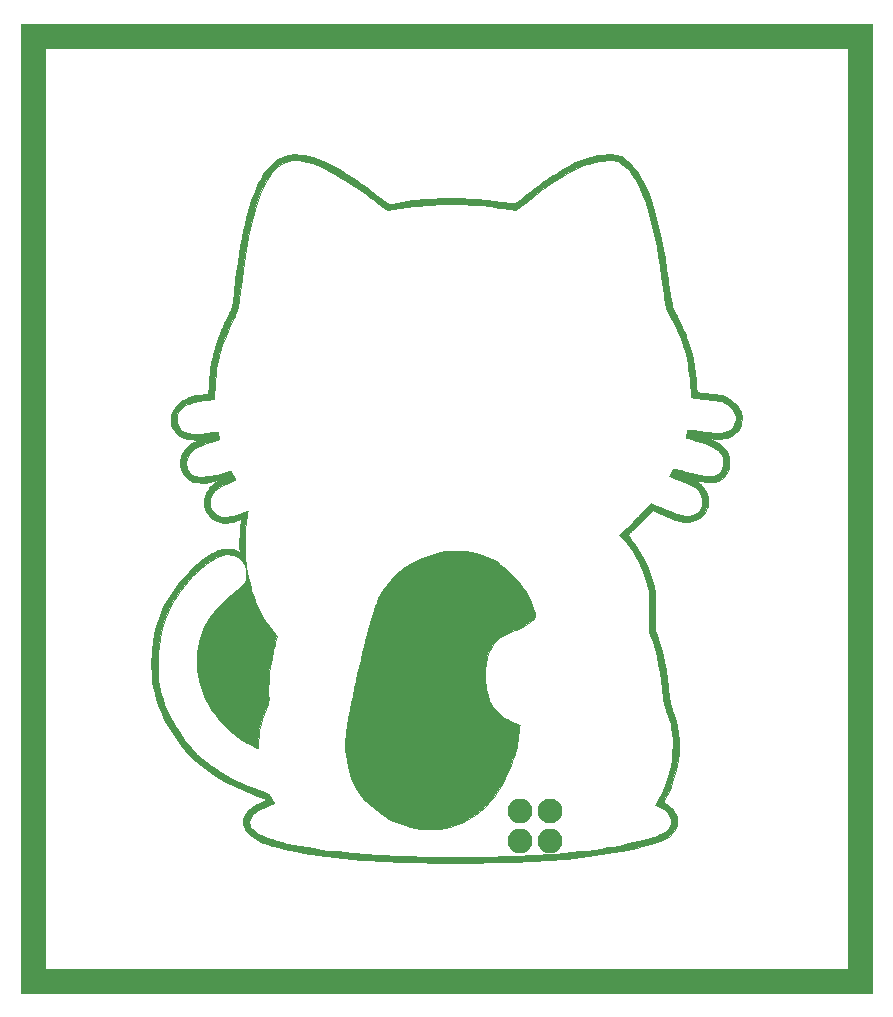
<source format=gts>
G04 #@! TF.FileFunction,Soldermask,Top*
%FSLAX46Y46*%
G04 Gerber Fmt 4.6, Leading zero omitted, Abs format (unit mm)*
G04 Created by KiCad (PCBNEW 4.0.7) date 07/11/18 15:32:24*
%MOMM*%
%LPD*%
G01*
G04 APERTURE LIST*
%ADD10C,0.100000*%
%ADD11C,0.010000*%
%ADD12C,2.100000*%
%ADD13O,2.100000X2.100000*%
G04 APERTURE END LIST*
D10*
D11*
G36*
X184679167Y-127359833D02*
X112670167Y-127359833D01*
X112670167Y-104261711D01*
X114663659Y-104261711D01*
X114663660Y-105326889D01*
X114663671Y-106372112D01*
X114663694Y-107396718D01*
X114663727Y-108400047D01*
X114663772Y-109381437D01*
X114663826Y-110340228D01*
X114663892Y-111275758D01*
X114663968Y-112187367D01*
X114664054Y-113074394D01*
X114664150Y-113936178D01*
X114664257Y-114772057D01*
X114664374Y-115581372D01*
X114664501Y-116363460D01*
X114664638Y-117117661D01*
X114664785Y-117843314D01*
X114664942Y-118539758D01*
X114665108Y-119206332D01*
X114665285Y-119842375D01*
X114665471Y-120447226D01*
X114665666Y-121020225D01*
X114665871Y-121560709D01*
X114666085Y-122068019D01*
X114666309Y-122541492D01*
X114666541Y-122980469D01*
X114666783Y-123384289D01*
X114667034Y-123752290D01*
X114667294Y-124083811D01*
X114667563Y-124378191D01*
X114667841Y-124634770D01*
X114668127Y-124852886D01*
X114668422Y-125031879D01*
X114668726Y-125171088D01*
X114669038Y-125269851D01*
X114669359Y-125327507D01*
X114669640Y-125343708D01*
X114677259Y-125344873D01*
X114699570Y-125346006D01*
X114737097Y-125347106D01*
X114790365Y-125348174D01*
X114859898Y-125349212D01*
X114946220Y-125350218D01*
X115049855Y-125351194D01*
X115171329Y-125352139D01*
X115311166Y-125353056D01*
X115469889Y-125353942D01*
X115648024Y-125354800D01*
X115846094Y-125355630D01*
X116064624Y-125356431D01*
X116304139Y-125357205D01*
X116565162Y-125357951D01*
X116848219Y-125358671D01*
X117153833Y-125359364D01*
X117482529Y-125360031D01*
X117834831Y-125360673D01*
X118211265Y-125361289D01*
X118612353Y-125361881D01*
X119038620Y-125362448D01*
X119490592Y-125362991D01*
X119968791Y-125363511D01*
X120473743Y-125364007D01*
X121005973Y-125364481D01*
X121566003Y-125364933D01*
X122154359Y-125365362D01*
X122771566Y-125365770D01*
X123418147Y-125366157D01*
X124094626Y-125366523D01*
X124801529Y-125366869D01*
X125539380Y-125367195D01*
X126308702Y-125367501D01*
X127110021Y-125367789D01*
X127943861Y-125368057D01*
X128810746Y-125368308D01*
X129711200Y-125368540D01*
X130645748Y-125368755D01*
X131614915Y-125368954D01*
X132619224Y-125369135D01*
X133659201Y-125369300D01*
X134735368Y-125369450D01*
X135848252Y-125369584D01*
X136998375Y-125369703D01*
X138186264Y-125369807D01*
X139412441Y-125369897D01*
X140677431Y-125369974D01*
X141981760Y-125370037D01*
X143325950Y-125370087D01*
X144710527Y-125370125D01*
X146136014Y-125370150D01*
X147602937Y-125370164D01*
X148674002Y-125370167D01*
X182668333Y-125370167D01*
X182668333Y-47349820D01*
X148669375Y-47355118D01*
X114670417Y-47360417D01*
X114665013Y-86338833D01*
X114664840Y-87624028D01*
X114664679Y-88899182D01*
X114664531Y-90163634D01*
X114664394Y-91416724D01*
X114664269Y-92657789D01*
X114664157Y-93886169D01*
X114664055Y-95101203D01*
X114663966Y-96302231D01*
X114663888Y-97488591D01*
X114663821Y-98659622D01*
X114663766Y-99814663D01*
X114663723Y-100953053D01*
X114663690Y-102074132D01*
X114663669Y-103177238D01*
X114663659Y-104261711D01*
X112670167Y-104261711D01*
X112670167Y-45360167D01*
X184679167Y-45360167D01*
X184679167Y-127359833D01*
X184679167Y-127359833D01*
G37*
X184679167Y-127359833D02*
X112670167Y-127359833D01*
X112670167Y-104261711D01*
X114663659Y-104261711D01*
X114663660Y-105326889D01*
X114663671Y-106372112D01*
X114663694Y-107396718D01*
X114663727Y-108400047D01*
X114663772Y-109381437D01*
X114663826Y-110340228D01*
X114663892Y-111275758D01*
X114663968Y-112187367D01*
X114664054Y-113074394D01*
X114664150Y-113936178D01*
X114664257Y-114772057D01*
X114664374Y-115581372D01*
X114664501Y-116363460D01*
X114664638Y-117117661D01*
X114664785Y-117843314D01*
X114664942Y-118539758D01*
X114665108Y-119206332D01*
X114665285Y-119842375D01*
X114665471Y-120447226D01*
X114665666Y-121020225D01*
X114665871Y-121560709D01*
X114666085Y-122068019D01*
X114666309Y-122541492D01*
X114666541Y-122980469D01*
X114666783Y-123384289D01*
X114667034Y-123752290D01*
X114667294Y-124083811D01*
X114667563Y-124378191D01*
X114667841Y-124634770D01*
X114668127Y-124852886D01*
X114668422Y-125031879D01*
X114668726Y-125171088D01*
X114669038Y-125269851D01*
X114669359Y-125327507D01*
X114669640Y-125343708D01*
X114677259Y-125344873D01*
X114699570Y-125346006D01*
X114737097Y-125347106D01*
X114790365Y-125348174D01*
X114859898Y-125349212D01*
X114946220Y-125350218D01*
X115049855Y-125351194D01*
X115171329Y-125352139D01*
X115311166Y-125353056D01*
X115469889Y-125353942D01*
X115648024Y-125354800D01*
X115846094Y-125355630D01*
X116064624Y-125356431D01*
X116304139Y-125357205D01*
X116565162Y-125357951D01*
X116848219Y-125358671D01*
X117153833Y-125359364D01*
X117482529Y-125360031D01*
X117834831Y-125360673D01*
X118211265Y-125361289D01*
X118612353Y-125361881D01*
X119038620Y-125362448D01*
X119490592Y-125362991D01*
X119968791Y-125363511D01*
X120473743Y-125364007D01*
X121005973Y-125364481D01*
X121566003Y-125364933D01*
X122154359Y-125365362D01*
X122771566Y-125365770D01*
X123418147Y-125366157D01*
X124094626Y-125366523D01*
X124801529Y-125366869D01*
X125539380Y-125367195D01*
X126308702Y-125367501D01*
X127110021Y-125367789D01*
X127943861Y-125368057D01*
X128810746Y-125368308D01*
X129711200Y-125368540D01*
X130645748Y-125368755D01*
X131614915Y-125368954D01*
X132619224Y-125369135D01*
X133659201Y-125369300D01*
X134735368Y-125369450D01*
X135848252Y-125369584D01*
X136998375Y-125369703D01*
X138186264Y-125369807D01*
X139412441Y-125369897D01*
X140677431Y-125369974D01*
X141981760Y-125370037D01*
X143325950Y-125370087D01*
X144710527Y-125370125D01*
X146136014Y-125370150D01*
X147602937Y-125370164D01*
X148674002Y-125370167D01*
X182668333Y-125370167D01*
X182668333Y-47349820D01*
X148669375Y-47355118D01*
X114670417Y-47360417D01*
X114665013Y-86338833D01*
X114664840Y-87624028D01*
X114664679Y-88899182D01*
X114664531Y-90163634D01*
X114664394Y-91416724D01*
X114664269Y-92657789D01*
X114664157Y-93886169D01*
X114664055Y-95101203D01*
X114663966Y-96302231D01*
X114663888Y-97488591D01*
X114663821Y-98659622D01*
X114663766Y-99814663D01*
X114663723Y-100953053D01*
X114663690Y-102074132D01*
X114663669Y-103177238D01*
X114663659Y-104261711D01*
X112670167Y-104261711D01*
X112670167Y-45360167D01*
X184679167Y-45360167D01*
X184679167Y-127359833D01*
G36*
X162716090Y-56376119D02*
X162917061Y-56393787D01*
X163084592Y-56424264D01*
X163099750Y-56428159D01*
X163263788Y-56479333D01*
X163420848Y-56545304D01*
X163576030Y-56629475D01*
X163734438Y-56735249D01*
X163901174Y-56866028D01*
X164081339Y-57025215D01*
X164277218Y-57213418D01*
X164469655Y-57412123D01*
X164642195Y-57608425D01*
X164799934Y-57809642D01*
X164947966Y-58023094D01*
X165091387Y-58256098D01*
X165235291Y-58515973D01*
X165375122Y-58790417D01*
X165587012Y-59248226D01*
X165790982Y-59745960D01*
X165987068Y-60283772D01*
X166175307Y-60861812D01*
X166355735Y-61480232D01*
X166528390Y-62139183D01*
X166693309Y-62838818D01*
X166850527Y-63579287D01*
X167000082Y-64360742D01*
X167142010Y-65183335D01*
X167276349Y-66047218D01*
X167403134Y-66952540D01*
X167460411Y-67394667D01*
X167495840Y-67670352D01*
X167528180Y-67910639D01*
X167558546Y-68122255D01*
X167588055Y-68311927D01*
X167617820Y-68486380D01*
X167648959Y-68652341D01*
X167682586Y-68816536D01*
X167719818Y-68985692D01*
X167735969Y-69056250D01*
X167761470Y-69168793D01*
X167783118Y-69268497D01*
X167799230Y-69347275D01*
X167808121Y-69397038D01*
X167809333Y-69408588D01*
X167820139Y-69439583D01*
X167849486Y-69497481D01*
X167892774Y-69573740D01*
X167940473Y-69652004D01*
X168009948Y-69769212D01*
X168092724Y-69920095D01*
X168186157Y-70099113D01*
X168287603Y-70300724D01*
X168394418Y-70519388D01*
X168503959Y-70749564D01*
X168613582Y-70985711D01*
X168720644Y-71222288D01*
X168822501Y-71453754D01*
X168916510Y-71674568D01*
X168984225Y-71839667D01*
X169152970Y-72292523D01*
X169302188Y-72764057D01*
X169432496Y-73257364D01*
X169544515Y-73775539D01*
X169638865Y-74321674D01*
X169716164Y-74898866D01*
X169777033Y-75510208D01*
X169810647Y-75967167D01*
X169820071Y-76113358D01*
X169828776Y-76244726D01*
X169836370Y-76355638D01*
X169842459Y-76440463D01*
X169846652Y-76493567D01*
X169848451Y-76509581D01*
X169869847Y-76512801D01*
X169928128Y-76520176D01*
X170018114Y-76531107D01*
X170134623Y-76544994D01*
X170272477Y-76561239D01*
X170426493Y-76579243D01*
X170591492Y-76598406D01*
X170762293Y-76618130D01*
X170933715Y-76637815D01*
X171100579Y-76656863D01*
X171257703Y-76674674D01*
X171399907Y-76690650D01*
X171522010Y-76704191D01*
X171618833Y-76714698D01*
X171657507Y-76718768D01*
X171792645Y-76733000D01*
X171894661Y-76745148D01*
X171972548Y-76757411D01*
X172035300Y-76771987D01*
X172091911Y-76791075D01*
X172151375Y-76816872D01*
X172222686Y-76851578D01*
X172243750Y-76862069D01*
X172514090Y-77015362D01*
X172792601Y-77209683D01*
X172956213Y-77339838D01*
X173164048Y-77529238D01*
X173332312Y-77721074D01*
X173463706Y-77919993D01*
X173560934Y-78130641D01*
X173626700Y-78357666D01*
X173657431Y-78545104D01*
X173666761Y-78778406D01*
X173643635Y-79020026D01*
X173590450Y-79258238D01*
X173509605Y-79481320D01*
X173436815Y-79623946D01*
X173391942Y-79689398D01*
X173325883Y-79772098D01*
X173248352Y-79860357D01*
X173185667Y-79926043D01*
X173015204Y-80076766D01*
X172829427Y-80200409D01*
X172624833Y-80298043D01*
X172397919Y-80370738D01*
X172145181Y-80419563D01*
X171863118Y-80445589D01*
X171548226Y-80449886D01*
X171476696Y-80448100D01*
X171333687Y-80442159D01*
X171188911Y-80433519D01*
X171054156Y-80423066D01*
X170941206Y-80411686D01*
X170878500Y-80403172D01*
X170768428Y-80385680D01*
X170698790Y-80375940D01*
X170668302Y-80374519D01*
X170675677Y-80381984D01*
X170719631Y-80398903D01*
X170798879Y-80425844D01*
X170815000Y-80431206D01*
X171061013Y-80519271D01*
X171292991Y-80614736D01*
X171503508Y-80714153D01*
X171685132Y-80814072D01*
X171799250Y-80888208D01*
X171889538Y-80960089D01*
X171994009Y-81055448D01*
X172102038Y-81163459D01*
X172203001Y-81273293D01*
X172286275Y-81374126D01*
X172315744Y-81414546D01*
X172389699Y-81537138D01*
X172461145Y-81682049D01*
X172521754Y-81830821D01*
X172562202Y-81960897D01*
X172582736Y-82073996D01*
X172597736Y-82216691D01*
X172606898Y-82376569D01*
X172609917Y-82541216D01*
X172606488Y-82698218D01*
X172596308Y-82835162D01*
X172585498Y-82909833D01*
X172521643Y-83136951D01*
X172418432Y-83348796D01*
X172275665Y-83545750D01*
X172229972Y-83596787D01*
X172040391Y-83778274D01*
X171846670Y-83919794D01*
X171644676Y-84023713D01*
X171430280Y-84092399D01*
X171330324Y-84112171D01*
X171254806Y-84123680D01*
X171188243Y-84131054D01*
X171121626Y-84134254D01*
X171045944Y-84133244D01*
X170952188Y-84127986D01*
X170831347Y-84118441D01*
X170731154Y-84109666D01*
X170520478Y-84088765D01*
X170334330Y-84065056D01*
X170157594Y-84035968D01*
X169975153Y-83998933D01*
X169771890Y-83951383D01*
X169711354Y-83936378D01*
X169616371Y-83912654D01*
X169533356Y-83892000D01*
X169473026Y-83877075D01*
X169449750Y-83871396D01*
X169449988Y-83876063D01*
X169482395Y-83896337D01*
X169541270Y-83928904D01*
X169615297Y-83967586D01*
X169786492Y-84057076D01*
X169924696Y-84134110D01*
X170035968Y-84202578D01*
X170126369Y-84266365D01*
X170201957Y-84329361D01*
X170247411Y-84373142D01*
X170419065Y-84576111D01*
X170566892Y-84809488D01*
X170686819Y-85066238D01*
X170744760Y-85232064D01*
X170766493Y-85306520D01*
X170781972Y-85372023D01*
X170792279Y-85438514D01*
X170798499Y-85515933D01*
X170801715Y-85614220D01*
X170803010Y-85743314D01*
X170803111Y-85767333D01*
X170802979Y-85903258D01*
X170800823Y-86006286D01*
X170795748Y-86085838D01*
X170786859Y-86151336D01*
X170773261Y-86212201D01*
X170754847Y-86275333D01*
X170656109Y-86523461D01*
X170522202Y-86750642D01*
X170444335Y-86853035D01*
X170291843Y-87007753D01*
X170106574Y-87145948D01*
X169895761Y-87264928D01*
X169666638Y-87361999D01*
X169426438Y-87434468D01*
X169182396Y-87479642D01*
X168941743Y-87494827D01*
X168752255Y-87483043D01*
X168621386Y-87463897D01*
X168488512Y-87438593D01*
X168349687Y-87405797D01*
X168200964Y-87364176D01*
X168038397Y-87312396D01*
X167858040Y-87249122D01*
X167655945Y-87173020D01*
X167428168Y-87082758D01*
X167170760Y-86977000D01*
X166879776Y-86854414D01*
X166831017Y-86833651D01*
X166112462Y-86527295D01*
X165282796Y-87359106D01*
X165119900Y-87522015D01*
X164959295Y-87681866D01*
X164804696Y-87835012D01*
X164659814Y-87977808D01*
X164528364Y-88106608D01*
X164414059Y-88217768D01*
X164320612Y-88307643D01*
X164251736Y-88372586D01*
X164231523Y-88391104D01*
X164151360Y-88464095D01*
X164083213Y-88527233D01*
X164032928Y-88575021D01*
X164006350Y-88601959D01*
X164003749Y-88605399D01*
X164013872Y-88626799D01*
X164046295Y-88670119D01*
X164094290Y-88726461D01*
X164100432Y-88733294D01*
X164412407Y-89104117D01*
X164711527Y-89510459D01*
X164994869Y-89946686D01*
X165259508Y-90407165D01*
X165502522Y-90886263D01*
X165720986Y-91378345D01*
X165911977Y-91877780D01*
X166072572Y-92378933D01*
X166158070Y-92698051D01*
X166211057Y-92927435D01*
X166254225Y-93149233D01*
X166288045Y-93369804D01*
X166312988Y-93595509D01*
X166329525Y-93832708D01*
X166338126Y-94087763D01*
X166339264Y-94367033D01*
X166333408Y-94676879D01*
X166324320Y-94943083D01*
X166317056Y-95144966D01*
X166310515Y-95361095D01*
X166304942Y-95580624D01*
X166300580Y-95792707D01*
X166297673Y-95986499D01*
X166296466Y-96151153D01*
X166296451Y-96181333D01*
X166296986Y-96699917D01*
X166457986Y-97102083D01*
X166653599Y-97628727D01*
X166828441Y-98180181D01*
X166982995Y-98758658D01*
X167117744Y-99366371D01*
X167233173Y-100005532D01*
X167329764Y-100678353D01*
X167408001Y-101387047D01*
X167417964Y-101494167D01*
X167445576Y-101786748D01*
X167472184Y-102041971D01*
X167498749Y-102264762D01*
X167526232Y-102460050D01*
X167555594Y-102632763D01*
X167587795Y-102787829D01*
X167623796Y-102930177D01*
X167664558Y-103064735D01*
X167711042Y-103196430D01*
X167764208Y-103330192D01*
X167785874Y-103381449D01*
X167966736Y-103855548D01*
X168112975Y-104351042D01*
X168224645Y-104865050D01*
X168301803Y-105394692D01*
X168344506Y-105937085D01*
X168352810Y-106489349D01*
X168326772Y-107048603D01*
X168266447Y-107611965D01*
X168171892Y-108176554D01*
X168043164Y-108739489D01*
X167880318Y-109297889D01*
X167683412Y-109848873D01*
X167658134Y-109912762D01*
X167575493Y-110111411D01*
X167481940Y-110322566D01*
X167382575Y-110535535D01*
X167282498Y-110739629D01*
X167186810Y-110924158D01*
X167108352Y-111065193D01*
X167069260Y-111134590D01*
X167040354Y-111190094D01*
X167026900Y-111221492D01*
X167026526Y-111223943D01*
X167044023Y-111241550D01*
X167090068Y-111272480D01*
X167155544Y-111310728D01*
X167171871Y-111319647D01*
X167415948Y-111471039D01*
X167630719Y-111644738D01*
X167814166Y-111837756D01*
X167964269Y-112047104D01*
X168079012Y-112269792D01*
X168156375Y-112502831D01*
X168194341Y-112743230D01*
X168198039Y-112839500D01*
X168191649Y-113010022D01*
X168168132Y-113159056D01*
X168123467Y-113305366D01*
X168071765Y-113428786D01*
X167944136Y-113657518D01*
X167779438Y-113866352D01*
X167578234Y-114054775D01*
X167341086Y-114222277D01*
X167068560Y-114368344D01*
X167006843Y-114396266D01*
X166785510Y-114486677D01*
X166525911Y-114580771D01*
X166231850Y-114677529D01*
X165907133Y-114775929D01*
X165555564Y-114874949D01*
X165180947Y-114973567D01*
X164787089Y-115070762D01*
X164377792Y-115165513D01*
X163956863Y-115256797D01*
X163528105Y-115343594D01*
X163353750Y-115377113D01*
X162815036Y-115475893D01*
X162276271Y-115568120D01*
X161734562Y-115654069D01*
X161187016Y-115734013D01*
X160630741Y-115808225D01*
X160062844Y-115876979D01*
X159480433Y-115940549D01*
X158880616Y-115999208D01*
X158260500Y-116053229D01*
X157617192Y-116102886D01*
X156947800Y-116148453D01*
X156249431Y-116190203D01*
X155519194Y-116228410D01*
X154754195Y-116263347D01*
X153951542Y-116295287D01*
X153458333Y-116312866D01*
X153333117Y-116316363D01*
X153169036Y-116319692D01*
X152969558Y-116322842D01*
X152738152Y-116325803D01*
X152478285Y-116328565D01*
X152193425Y-116331120D01*
X151887042Y-116333456D01*
X151562602Y-116335566D01*
X151223573Y-116337438D01*
X150873425Y-116339063D01*
X150515625Y-116340432D01*
X150153642Y-116341534D01*
X149790942Y-116342361D01*
X149430995Y-116342902D01*
X149077269Y-116343148D01*
X148733232Y-116343088D01*
X148402351Y-116342714D01*
X148088095Y-116342016D01*
X147793932Y-116340983D01*
X147523331Y-116339607D01*
X147279759Y-116337877D01*
X147066684Y-116335784D01*
X146887575Y-116333318D01*
X146790833Y-116331507D01*
X146232395Y-116318789D01*
X145710499Y-116305261D01*
X145219359Y-116290710D01*
X144753189Y-116274927D01*
X144306202Y-116257702D01*
X143872612Y-116238825D01*
X143446631Y-116218085D01*
X143022474Y-116195273D01*
X142991417Y-116193520D01*
X142202703Y-116144610D01*
X141427044Y-116088041D01*
X140666674Y-116024127D01*
X139923827Y-115953182D01*
X139200734Y-115875519D01*
X138499630Y-115791452D01*
X137822749Y-115701295D01*
X137172323Y-115605362D01*
X136550587Y-115503966D01*
X135959773Y-115397422D01*
X135402114Y-115286043D01*
X134879845Y-115170143D01*
X134395199Y-115050036D01*
X133950409Y-114926035D01*
X133932733Y-114920776D01*
X133516796Y-114788164D01*
X133142010Y-114650485D01*
X132807418Y-114507044D01*
X132512064Y-114357146D01*
X132254991Y-114200096D01*
X132035244Y-114035201D01*
X131851865Y-113861764D01*
X131703898Y-113679092D01*
X131590388Y-113486490D01*
X131510377Y-113283263D01*
X131473861Y-113134684D01*
X131449410Y-112907817D01*
X131464477Y-112690751D01*
X131519635Y-112481851D01*
X131615457Y-112279483D01*
X131752516Y-112082012D01*
X131900083Y-111918575D01*
X132052395Y-111777639D01*
X132217081Y-111648946D01*
X132400349Y-111528679D01*
X132608404Y-111413020D01*
X132847453Y-111298153D01*
X133053667Y-111209038D01*
X133152225Y-111167468D01*
X133236737Y-111130679D01*
X133299440Y-111102136D01*
X133332568Y-111085303D01*
X133335247Y-111083398D01*
X133335873Y-111057436D01*
X133317477Y-111010475D01*
X133305396Y-110988321D01*
X133287858Y-110960476D01*
X133268089Y-110936305D01*
X133241616Y-110913767D01*
X133203967Y-110890826D01*
X133150669Y-110865442D01*
X133077248Y-110835576D01*
X132979233Y-110799191D01*
X132852150Y-110754246D01*
X132691526Y-110698705D01*
X132604103Y-110668678D01*
X131834158Y-110383428D01*
X131087546Y-110063844D01*
X130362497Y-109708933D01*
X129657240Y-109317700D01*
X128970004Y-108889153D01*
X128299021Y-108422297D01*
X127642519Y-107916141D01*
X127518291Y-107814636D01*
X127152287Y-107490964D01*
X126790361Y-107127509D01*
X126434459Y-106726767D01*
X126086524Y-106291232D01*
X125748499Y-105823401D01*
X125422327Y-105325771D01*
X125109953Y-104800836D01*
X124959420Y-104528672D01*
X124697568Y-104018463D01*
X124470032Y-103519882D01*
X124274530Y-103025578D01*
X124108778Y-102528202D01*
X123970492Y-102020404D01*
X123857390Y-101494832D01*
X123767188Y-100944137D01*
X123714319Y-100520500D01*
X123704596Y-100402517D01*
X123696952Y-100249214D01*
X123691351Y-100067552D01*
X123687757Y-99864490D01*
X123686137Y-99646989D01*
X123686222Y-99585999D01*
X124202869Y-99585999D01*
X124204074Y-99813342D01*
X124208079Y-100025993D01*
X124214938Y-100215024D01*
X124224707Y-100371507D01*
X124225665Y-100382917D01*
X124274421Y-100856922D01*
X124337498Y-101298552D01*
X124417206Y-101716024D01*
X124515857Y-102117557D01*
X124635760Y-102511369D01*
X124779226Y-102905677D01*
X124948566Y-103308700D01*
X125146091Y-103728656D01*
X125192739Y-103822500D01*
X125440760Y-104295870D01*
X125703997Y-104758254D01*
X125979453Y-105205357D01*
X126264132Y-105632883D01*
X126555036Y-106036536D01*
X126849170Y-106412023D01*
X127143536Y-106755046D01*
X127435137Y-107061310D01*
X127489216Y-107114251D01*
X127690433Y-107299765D01*
X127924245Y-107499401D01*
X128185055Y-107709027D01*
X128467261Y-107924515D01*
X128765263Y-108141732D01*
X129073461Y-108356551D01*
X129386255Y-108564840D01*
X129698045Y-108762469D01*
X129846917Y-108853060D01*
X130260824Y-109094072D01*
X130663121Y-109312778D01*
X131062878Y-109513355D01*
X131469168Y-109699983D01*
X131891060Y-109876840D01*
X132337626Y-110048104D01*
X132787293Y-110207484D01*
X132936750Y-110259568D01*
X133084971Y-110312879D01*
X133226355Y-110365243D01*
X133355298Y-110414488D01*
X133466199Y-110458439D01*
X133553456Y-110494922D01*
X133611467Y-110521765D01*
X133634205Y-110536096D01*
X133645723Y-110556566D01*
X133672341Y-110605661D01*
X133709318Y-110674611D01*
X133729390Y-110712250D01*
X133780579Y-110803845D01*
X133845700Y-110913882D01*
X133914830Y-111025831D01*
X133956291Y-111090379D01*
X134008819Y-111172483D01*
X134050346Y-111241070D01*
X134076647Y-111288895D01*
X134083560Y-111308662D01*
X134061528Y-111318956D01*
X134006653Y-111341366D01*
X133925749Y-111373199D01*
X133825632Y-111411762D01*
X133749078Y-111440823D01*
X133434012Y-111564980D01*
X133157082Y-111685553D01*
X132914455Y-111804515D01*
X132702302Y-111923839D01*
X132516790Y-112045498D01*
X132393680Y-112138779D01*
X132225030Y-112295118D01*
X132097684Y-112457119D01*
X132011228Y-112623246D01*
X131965250Y-112791967D01*
X131959336Y-112961748D01*
X131993072Y-113131054D01*
X132066046Y-113298353D01*
X132177843Y-113462110D01*
X132328050Y-113620792D01*
X132516255Y-113772866D01*
X132742043Y-113916796D01*
X132894917Y-113998375D01*
X133178429Y-114128364D01*
X133502947Y-114255610D01*
X133867218Y-114379862D01*
X134269988Y-114500872D01*
X134710002Y-114618392D01*
X135186008Y-114732171D01*
X135696751Y-114841962D01*
X136240978Y-114947515D01*
X136817435Y-115048581D01*
X137424869Y-115144912D01*
X138062025Y-115236258D01*
X138727651Y-115322370D01*
X139420491Y-115403000D01*
X140139294Y-115477899D01*
X140536083Y-115515714D01*
X141037351Y-115560336D01*
X141533817Y-115601124D01*
X142029748Y-115638289D01*
X142529410Y-115672042D01*
X143037067Y-115702594D01*
X143556985Y-115730154D01*
X144093431Y-115754935D01*
X144650669Y-115777147D01*
X145232965Y-115797000D01*
X145844584Y-115814705D01*
X146489793Y-115830473D01*
X147172857Y-115844515D01*
X147203583Y-115845091D01*
X147395021Y-115848065D01*
X147621777Y-115850547D01*
X147879825Y-115852553D01*
X148165138Y-115854094D01*
X148473689Y-115855184D01*
X148801450Y-115855836D01*
X149144394Y-115856065D01*
X149498495Y-115855882D01*
X149859724Y-115855302D01*
X150224055Y-115854338D01*
X150587461Y-115853003D01*
X150945915Y-115851310D01*
X151295388Y-115849273D01*
X151631855Y-115846904D01*
X151951288Y-115844218D01*
X152249659Y-115841227D01*
X152522943Y-115837946D01*
X152767111Y-115834386D01*
X152978136Y-115830562D01*
X153151991Y-115826487D01*
X153193750Y-115825294D01*
X154070933Y-115796387D01*
X154908769Y-115763349D01*
X155710066Y-115725933D01*
X156477632Y-115683893D01*
X157214273Y-115636981D01*
X157922799Y-115584951D01*
X158606016Y-115527557D01*
X159266733Y-115464550D01*
X159907757Y-115395686D01*
X160531896Y-115320716D01*
X161141958Y-115239394D01*
X161740750Y-115151474D01*
X162331080Y-115056708D01*
X162739917Y-114986319D01*
X163191703Y-114903415D01*
X163635998Y-114816072D01*
X164069063Y-114725218D01*
X164487163Y-114631779D01*
X164886561Y-114536683D01*
X165263520Y-114440856D01*
X165614304Y-114345226D01*
X165935177Y-114250720D01*
X166222401Y-114158264D01*
X166472240Y-114068787D01*
X166532726Y-114045289D01*
X166783314Y-113939521D01*
X166995475Y-113835009D01*
X167172922Y-113728962D01*
X167319367Y-113618589D01*
X167438522Y-113501099D01*
X167534101Y-113373700D01*
X167608509Y-113236465D01*
X167672520Y-113049577D01*
X167695774Y-112861079D01*
X167679677Y-112673156D01*
X167625636Y-112487991D01*
X167535055Y-112307770D01*
X167409342Y-112134677D01*
X167249903Y-111970896D01*
X167058142Y-111818612D01*
X166835468Y-111680009D01*
X166583284Y-111557272D01*
X166507583Y-111526049D01*
X166430291Y-111494940D01*
X166369637Y-111469753D01*
X166335150Y-111454478D01*
X166330854Y-111452070D01*
X166338548Y-111432674D01*
X166364930Y-111384705D01*
X166405913Y-111315273D01*
X166457409Y-111231489D01*
X166460241Y-111226965D01*
X166647703Y-110915853D01*
X166811272Y-110617253D01*
X166958786Y-110315655D01*
X167098084Y-109995547D01*
X167159137Y-109843962D01*
X167349966Y-109310306D01*
X167509265Y-108759912D01*
X167636463Y-108197797D01*
X167730988Y-107628981D01*
X167792269Y-107058485D01*
X167819735Y-106491326D01*
X167812814Y-105932525D01*
X167770935Y-105387100D01*
X167713602Y-104973997D01*
X167633775Y-104567010D01*
X167533305Y-104182595D01*
X167407353Y-103804055D01*
X167285074Y-103494417D01*
X167228976Y-103355164D01*
X167179910Y-103219284D01*
X167136898Y-103081751D01*
X167098961Y-102937538D01*
X167065118Y-102781620D01*
X167034391Y-102608970D01*
X167005801Y-102414562D01*
X166978366Y-102193370D01*
X166951110Y-101940367D01*
X166923051Y-101650528D01*
X166920584Y-101623888D01*
X166839830Y-100877535D01*
X166738521Y-100164860D01*
X166616799Y-99486517D01*
X166474805Y-98843156D01*
X166312680Y-98235429D01*
X166130564Y-97663988D01*
X165973673Y-97241214D01*
X165916269Y-97093167D01*
X165870846Y-96965719D01*
X165836166Y-96850855D01*
X165810988Y-96740561D01*
X165794071Y-96626823D01*
X165784176Y-96501626D01*
X165780063Y-96356955D01*
X165780492Y-96184797D01*
X165783477Y-96012000D01*
X165787566Y-95843425D01*
X165793290Y-95645426D01*
X165800218Y-95430861D01*
X165807922Y-95212591D01*
X165815973Y-95003473D01*
X165821747Y-94865693D01*
X165833661Y-94504328D01*
X165835515Y-94176828D01*
X165826380Y-93875723D01*
X165805324Y-93593539D01*
X165771418Y-93322806D01*
X165723730Y-93056052D01*
X165661331Y-92785806D01*
X165583289Y-92504594D01*
X165491416Y-92213229D01*
X165400657Y-91949664D01*
X165307830Y-91703858D01*
X165206911Y-91461030D01*
X165091878Y-91206397D01*
X165016580Y-91048021D01*
X164808944Y-90638201D01*
X164596330Y-90261233D01*
X164372373Y-89907659D01*
X164130710Y-89568021D01*
X163864976Y-89232860D01*
X163568808Y-88892720D01*
X163559346Y-88882296D01*
X163283593Y-88578842D01*
X163371588Y-88501769D01*
X163467001Y-88417243D01*
X163568005Y-88325755D01*
X163677184Y-88224819D01*
X163797119Y-88111948D01*
X163930392Y-87984656D01*
X164079584Y-87840457D01*
X164247279Y-87676863D01*
X164436057Y-87491390D01*
X164648500Y-87281549D01*
X164887191Y-87044856D01*
X164973445Y-86959153D01*
X166000473Y-85938233D01*
X166444528Y-86130258D01*
X166775021Y-86272427D01*
X167070293Y-86397769D01*
X167333430Y-86507471D01*
X167567521Y-86602719D01*
X167775653Y-86684700D01*
X167960915Y-86754600D01*
X168126394Y-86813607D01*
X168275177Y-86862906D01*
X168410354Y-86903685D01*
X168535010Y-86937129D01*
X168560750Y-86943480D01*
X168823845Y-86993762D01*
X169063714Y-87010196D01*
X169283466Y-86992077D01*
X169486211Y-86938701D01*
X169675057Y-86849363D01*
X169853115Y-86723360D01*
X169959311Y-86626659D01*
X170104734Y-86463242D01*
X170211154Y-86296677D01*
X170281687Y-86119580D01*
X170319452Y-85924572D01*
X170328167Y-85753269D01*
X170307697Y-85517428D01*
X170248210Y-85289955D01*
X170152592Y-85076002D01*
X170023727Y-84880718D01*
X169864499Y-84709255D01*
X169677793Y-84566762D01*
X169656145Y-84553347D01*
X169540878Y-84488078D01*
X169391600Y-84410863D01*
X169214056Y-84324293D01*
X169013994Y-84230960D01*
X168797159Y-84133457D01*
X168569299Y-84034374D01*
X168336161Y-83936304D01*
X168103490Y-83841839D01*
X167915167Y-83768150D01*
X167798552Y-83723193D01*
X167696378Y-83683457D01*
X167614889Y-83651399D01*
X167560332Y-83629476D01*
X167538953Y-83620147D01*
X167538907Y-83620106D01*
X167546093Y-83600527D01*
X167569614Y-83551686D01*
X167605340Y-83481380D01*
X167649138Y-83397403D01*
X167696876Y-83307551D01*
X167744422Y-83219620D01*
X167787645Y-83141404D01*
X167822412Y-83080699D01*
X167840074Y-83051927D01*
X167874122Y-83013160D01*
X167919135Y-82996978D01*
X167965226Y-82994635D01*
X168040788Y-83002405D01*
X168155583Y-83025506D01*
X168309406Y-83063885D01*
X168502051Y-83117490D01*
X168733313Y-83186266D01*
X168897789Y-83237061D01*
X169331029Y-83364081D01*
X169733561Y-83464764D01*
X170105064Y-83539075D01*
X170445217Y-83586979D01*
X170753699Y-83608443D01*
X171030190Y-83603432D01*
X171274368Y-83571911D01*
X171483259Y-83514813D01*
X171658772Y-83430216D01*
X171805902Y-83314549D01*
X171924135Y-83168606D01*
X172012958Y-82993181D01*
X172071859Y-82789070D01*
X172100181Y-82559718D01*
X172095683Y-82304783D01*
X172053782Y-82068103D01*
X171975089Y-81850969D01*
X171860212Y-81654677D01*
X171709759Y-81480520D01*
X171524340Y-81329791D01*
X171519784Y-81326689D01*
X171322097Y-81205641D01*
X171085928Y-81083841D01*
X170815074Y-80962713D01*
X170513332Y-80843686D01*
X170184496Y-80728184D01*
X169832364Y-80617635D01*
X169460732Y-80513465D01*
X169142833Y-80433503D01*
X169054756Y-80411245D01*
X168982125Y-80390624D01*
X168934932Y-80374595D01*
X168923082Y-80368505D01*
X168922311Y-80343579D01*
X168931550Y-80284932D01*
X168949177Y-80199546D01*
X168973569Y-80094406D01*
X169003104Y-79976493D01*
X169036160Y-79852790D01*
X169071115Y-79730281D01*
X169072233Y-79726504D01*
X169080494Y-79708882D01*
X169097833Y-79698162D01*
X169132080Y-79693484D01*
X169191064Y-79693988D01*
X169282614Y-79698813D01*
X169309265Y-79700453D01*
X169426406Y-79709717D01*
X169572332Y-79724808D01*
X169749401Y-79746030D01*
X169959975Y-79773687D01*
X170206412Y-79808083D01*
X170491074Y-79849520D01*
X170635083Y-79870966D01*
X170788531Y-79892258D01*
X170960574Y-79913370D01*
X171132933Y-79932220D01*
X171287328Y-79946722D01*
X171327489Y-79949919D01*
X171652666Y-79961745D01*
X171946907Y-79946063D01*
X172209937Y-79903044D01*
X172441481Y-79832861D01*
X172641263Y-79735686D01*
X172809009Y-79611689D01*
X172944443Y-79461043D01*
X173047289Y-79283919D01*
X173117274Y-79080489D01*
X173154121Y-78850924D01*
X173157131Y-78808255D01*
X173154305Y-78588964D01*
X173117422Y-78390463D01*
X173044271Y-78206734D01*
X172932642Y-78031756D01*
X172825833Y-77906354D01*
X172697434Y-77780224D01*
X172552117Y-77655138D01*
X172398345Y-77537155D01*
X172244581Y-77432336D01*
X172099288Y-77346740D01*
X171970929Y-77286425D01*
X171948217Y-77277993D01*
X171888384Y-77262729D01*
X171786743Y-77244245D01*
X171643694Y-77222600D01*
X171459634Y-77197849D01*
X171234963Y-77170049D01*
X171001280Y-77142803D01*
X170697024Y-77108103D01*
X170432214Y-77077790D01*
X170204225Y-77051542D01*
X170010435Y-77029036D01*
X169848218Y-77009952D01*
X169714949Y-76993966D01*
X169608006Y-76980759D01*
X169524762Y-76970007D01*
X169462595Y-76961389D01*
X169418878Y-76954584D01*
X169390989Y-76949269D01*
X169376303Y-76945123D01*
X169372837Y-76943163D01*
X169367723Y-76919078D01*
X169361074Y-76859125D01*
X169353422Y-76769717D01*
X169345300Y-76657270D01*
X169337240Y-76528195D01*
X169334834Y-76485750D01*
X169300001Y-75934789D01*
X169258218Y-75421783D01*
X169208762Y-74942814D01*
X169150910Y-74493964D01*
X169083938Y-74071315D01*
X169007123Y-73670948D01*
X168919739Y-73288947D01*
X168821065Y-72921392D01*
X168710376Y-72564366D01*
X168586948Y-72213951D01*
X168507969Y-72009000D01*
X168410093Y-71769731D01*
X168302002Y-71517952D01*
X168186556Y-71259551D01*
X168066613Y-71000414D01*
X167945032Y-70746429D01*
X167824671Y-70503481D01*
X167708389Y-70277459D01*
X167599045Y-70074249D01*
X167499496Y-69899738D01*
X167425130Y-69779003D01*
X167383027Y-69708719D01*
X167344379Y-69632118D01*
X167308538Y-69546087D01*
X167274855Y-69447515D01*
X167242682Y-69333289D01*
X167211371Y-69200298D01*
X167180272Y-69045430D01*
X167148739Y-68865572D01*
X167116123Y-68657613D01*
X167081775Y-68418441D01*
X167045048Y-68144943D01*
X167005292Y-67834008D01*
X166983548Y-67659250D01*
X166863485Y-66737922D01*
X166735877Y-65857182D01*
X166600745Y-65017098D01*
X166458111Y-64217739D01*
X166307994Y-63459174D01*
X166150417Y-62741471D01*
X165985401Y-62064697D01*
X165812967Y-61428922D01*
X165633136Y-60834215D01*
X165445931Y-60280642D01*
X165251371Y-59768273D01*
X165049479Y-59297177D01*
X164840275Y-58867421D01*
X164623781Y-58479074D01*
X164400018Y-58132205D01*
X164169007Y-57826882D01*
X163930770Y-57563172D01*
X163806529Y-57444758D01*
X163624592Y-57285347D01*
X163462394Y-57155991D01*
X163312736Y-57054089D01*
X163168418Y-56977040D01*
X163022240Y-56922242D01*
X162867001Y-56887096D01*
X162695502Y-56868999D01*
X162500542Y-56865352D01*
X162274923Y-56873554D01*
X162232043Y-56875996D01*
X161903930Y-56903309D01*
X161586776Y-56946650D01*
X161272427Y-57007945D01*
X160952730Y-57089123D01*
X160619529Y-57192111D01*
X160264670Y-57318837D01*
X160115250Y-57376443D01*
X159576583Y-57608457D01*
X159063621Y-57871804D01*
X158570478Y-58169636D01*
X158326667Y-58334454D01*
X158211291Y-58412820D01*
X158092339Y-58489326D01*
X157980280Y-58557525D01*
X157885584Y-58610969D01*
X157841475Y-58633261D01*
X157758446Y-58675698D01*
X157662211Y-58731558D01*
X157550710Y-58802335D01*
X157421883Y-58889523D01*
X157273672Y-58994619D01*
X157104017Y-59119115D01*
X156910858Y-59264508D01*
X156692137Y-59432291D01*
X156445794Y-59623960D01*
X156169769Y-59841009D01*
X156083000Y-59909608D01*
X155891818Y-60060854D01*
X155730091Y-60188616D01*
X155594125Y-60295743D01*
X155480230Y-60385086D01*
X155384714Y-60459495D01*
X155303885Y-60521819D01*
X155234051Y-60574907D01*
X155171520Y-60621611D01*
X155112601Y-60664779D01*
X155053603Y-60707262D01*
X155003500Y-60742929D01*
X154903495Y-60812440D01*
X154800592Y-60881559D01*
X154707628Y-60941788D01*
X154643667Y-60981027D01*
X154506083Y-61061467D01*
X154114500Y-61012381D01*
X153984404Y-60995758D01*
X153823071Y-60974648D01*
X153641184Y-60950477D01*
X153449423Y-60924674D01*
X153258471Y-60898664D01*
X153109083Y-60878058D01*
X152319800Y-60777000D01*
X151560136Y-60697464D01*
X150823512Y-60639027D01*
X150103345Y-60601264D01*
X149393055Y-60583753D01*
X148686061Y-60586068D01*
X148600583Y-60587669D01*
X147997198Y-60604543D01*
X147426271Y-60630392D01*
X146878704Y-60666122D01*
X146345400Y-60712640D01*
X145817258Y-60770852D01*
X145285181Y-60841664D01*
X144740070Y-60925982D01*
X144172827Y-61024713D01*
X144125180Y-61033453D01*
X143629111Y-61124774D01*
X143045680Y-60675462D01*
X142711506Y-60419221D01*
X142404654Y-60186405D01*
X142119972Y-59973279D01*
X141852309Y-59776107D01*
X141596515Y-59591156D01*
X141347437Y-59414689D01*
X141099925Y-59242973D01*
X140848827Y-59072273D01*
X140663083Y-58948007D01*
X140104463Y-58585989D01*
X139569596Y-58258650D01*
X139058167Y-57965841D01*
X138569860Y-57707415D01*
X138104361Y-57483223D01*
X137661355Y-57293119D01*
X137240526Y-57136954D01*
X136841559Y-57014581D01*
X136464138Y-56925851D01*
X136281583Y-56893774D01*
X136134812Y-56877062D01*
X135969232Y-56868043D01*
X135797125Y-56866573D01*
X135630774Y-56872511D01*
X135482462Y-56885712D01*
X135371417Y-56904397D01*
X135092197Y-56988630D01*
X134822216Y-57111074D01*
X134561353Y-57271953D01*
X134309486Y-57471490D01*
X134066495Y-57709907D01*
X133832258Y-57987427D01*
X133606656Y-58304275D01*
X133389567Y-58660671D01*
X133180870Y-59056840D01*
X132980444Y-59493005D01*
X132788170Y-59969388D01*
X132603924Y-60486213D01*
X132427588Y-61043702D01*
X132259040Y-61642078D01*
X132098160Y-62281565D01*
X131944825Y-62962385D01*
X131856607Y-63389757D01*
X131758453Y-63900795D01*
X131664580Y-64430793D01*
X131574472Y-64983276D01*
X131487614Y-65561769D01*
X131403489Y-66169797D01*
X131321582Y-66810885D01*
X131241376Y-67488560D01*
X131191646Y-67934417D01*
X131159932Y-68222115D01*
X131131129Y-68472670D01*
X131103966Y-68691065D01*
X131077169Y-68882280D01*
X131049464Y-69051300D01*
X131019578Y-69203105D01*
X130986237Y-69342680D01*
X130948168Y-69475005D01*
X130904097Y-69605064D01*
X130852752Y-69737838D01*
X130792858Y-69878311D01*
X130723142Y-70031465D01*
X130642330Y-70202281D01*
X130577608Y-70336833D01*
X130257230Y-71041883D01*
X129961033Y-71778899D01*
X129690340Y-72544212D01*
X129446477Y-73334155D01*
X129296961Y-73882319D01*
X129259537Y-74040067D01*
X129225232Y-74213080D01*
X129193649Y-74404792D01*
X129164392Y-74618636D01*
X129137066Y-74858045D01*
X129111273Y-75126453D01*
X129086618Y-75427294D01*
X129062706Y-75763999D01*
X129041874Y-76094167D01*
X129031977Y-76257829D01*
X129022036Y-76420023D01*
X129012590Y-76572126D01*
X129004177Y-76705512D01*
X128997336Y-76811558D01*
X128993643Y-76866750D01*
X128979083Y-77078417D01*
X128830917Y-77095592D01*
X128501041Y-77134957D01*
X128213252Y-77171698D01*
X127967385Y-77205839D01*
X127763277Y-77237401D01*
X127600764Y-77266408D01*
X127578220Y-77270893D01*
X127391327Y-77313340D01*
X127199901Y-77365117D01*
X127014938Y-77422744D01*
X126847433Y-77482741D01*
X126708381Y-77541630D01*
X126681468Y-77554707D01*
X126451843Y-77689818D01*
X126256538Y-77847275D01*
X126096560Y-78025886D01*
X125972920Y-78224458D01*
X125886626Y-78441800D01*
X125866306Y-78518335D01*
X125843730Y-78660439D01*
X125836125Y-78819310D01*
X125842792Y-78981446D01*
X125863028Y-79133344D01*
X125896134Y-79261500D01*
X125906271Y-79288082D01*
X126005736Y-79474799D01*
X126138650Y-79635613D01*
X126304936Y-79770470D01*
X126504516Y-79879313D01*
X126737312Y-79962088D01*
X126904750Y-80001563D01*
X127009007Y-80018239D01*
X127127793Y-80029607D01*
X127269849Y-80036234D01*
X127443913Y-80038691D01*
X127476250Y-80038735D01*
X127603607Y-80038143D01*
X127717425Y-80035952D01*
X127824424Y-80031491D01*
X127931322Y-80024087D01*
X128044839Y-80013070D01*
X128171694Y-79997767D01*
X128318605Y-79977506D01*
X128492293Y-79951616D01*
X128699476Y-79919424D01*
X128751514Y-79911225D01*
X128890736Y-79889820D01*
X129015702Y-79871690D01*
X129120462Y-79857612D01*
X129199064Y-79848360D01*
X129245559Y-79844707D01*
X129255666Y-79845610D01*
X129266107Y-79870106D01*
X129284758Y-79926683D01*
X129309106Y-80006468D01*
X129336640Y-80100589D01*
X129364848Y-80200174D01*
X129391216Y-80296349D01*
X129413233Y-80380244D01*
X129428386Y-80442985D01*
X129434164Y-80475700D01*
X129434167Y-80476003D01*
X129424230Y-80490384D01*
X129391908Y-80508531D01*
X129333433Y-80531812D01*
X129245038Y-80561595D01*
X129122955Y-80599247D01*
X128973792Y-80643131D01*
X128616706Y-80750592D01*
X128299147Y-80854883D01*
X128018553Y-80957357D01*
X127772359Y-81059364D01*
X127558002Y-81162255D01*
X127372918Y-81267380D01*
X127214543Y-81376092D01*
X127080314Y-81489740D01*
X126967666Y-81609675D01*
X126874037Y-81737250D01*
X126862349Y-81755718D01*
X126758093Y-81951295D01*
X126689387Y-82149438D01*
X126652521Y-82362434D01*
X126644958Y-82475917D01*
X126646023Y-82666439D01*
X126666356Y-82831877D01*
X126708625Y-82986089D01*
X126772074Y-83135932D01*
X126867404Y-83292600D01*
X126988172Y-83420162D01*
X127137894Y-83521341D01*
X127320091Y-83598860D01*
X127402167Y-83623666D01*
X127498790Y-83641945D01*
X127628946Y-83654743D01*
X127784202Y-83662142D01*
X127956126Y-83664223D01*
X128136284Y-83661068D01*
X128316242Y-83652760D01*
X128487569Y-83639379D01*
X128641830Y-83621008D01*
X128703917Y-83611049D01*
X128948120Y-83562607D01*
X129221595Y-83498888D01*
X129515121Y-83422231D01*
X129819476Y-83334974D01*
X129952750Y-83294353D01*
X130069372Y-83258650D01*
X130175043Y-83227221D01*
X130261770Y-83202374D01*
X130321555Y-83186417D01*
X130342719Y-83181824D01*
X130362725Y-83182333D01*
X130383414Y-83193042D01*
X130408337Y-83218691D01*
X130441049Y-83264019D01*
X130485102Y-83333768D01*
X130544048Y-83432677D01*
X130591005Y-83513083D01*
X130653471Y-83621646D01*
X130707820Y-83718336D01*
X130750677Y-83796961D01*
X130778665Y-83851329D01*
X130788411Y-83875033D01*
X130770500Y-83893940D01*
X130722859Y-83922254D01*
X130655293Y-83954250D01*
X130645958Y-83958213D01*
X130309663Y-84104892D01*
X130002253Y-84250626D01*
X129725926Y-84394168D01*
X129482878Y-84534267D01*
X129275304Y-84669675D01*
X129105401Y-84799141D01*
X129002450Y-84893167D01*
X128903473Y-85013271D01*
X128812594Y-85161487D01*
X128737379Y-85323595D01*
X128685390Y-85485377D01*
X128683778Y-85492167D01*
X128663654Y-85615871D01*
X128653669Y-85760868D01*
X128653834Y-85911334D01*
X128664165Y-86051443D01*
X128683207Y-86159761D01*
X128757834Y-86369457D01*
X128867618Y-86558579D01*
X129009052Y-86723784D01*
X129178626Y-86861732D01*
X129372832Y-86969080D01*
X129588160Y-87042487D01*
X129617241Y-87049300D01*
X129747034Y-87071320D01*
X129884083Y-87080211D01*
X130031978Y-87075224D01*
X130194305Y-87055611D01*
X130374653Y-87020623D01*
X130576610Y-86969511D01*
X130803763Y-86901526D01*
X131059700Y-86815920D01*
X131348009Y-86711944D01*
X131491159Y-86658245D01*
X131599828Y-86617381D01*
X131693615Y-86582721D01*
X131765853Y-86556680D01*
X131809876Y-86541673D01*
X131820329Y-86539022D01*
X131819212Y-86560006D01*
X131812009Y-86612867D01*
X131800113Y-86687814D01*
X131794449Y-86721218D01*
X131769554Y-86875696D01*
X131742377Y-87061877D01*
X131714255Y-87269284D01*
X131686528Y-87487440D01*
X131660532Y-87705870D01*
X131637607Y-87914098D01*
X131621603Y-88074500D01*
X131608312Y-88249576D01*
X131597754Y-88457209D01*
X131589929Y-88689656D01*
X131584842Y-88939173D01*
X131582493Y-89198018D01*
X131582885Y-89458448D01*
X131586021Y-89712720D01*
X131591902Y-89953092D01*
X131600530Y-90171819D01*
X131611908Y-90361159D01*
X131620932Y-90466333D01*
X131701408Y-91147783D01*
X131803837Y-91797703D01*
X131929211Y-92421345D01*
X132078521Y-93023959D01*
X132154587Y-93292402D01*
X132343582Y-93876547D01*
X132557813Y-94429573D01*
X132799642Y-94955982D01*
X133071433Y-95460277D01*
X133375551Y-95946964D01*
X133714358Y-96420543D01*
X133957401Y-96727238D01*
X134040420Y-96828136D01*
X134117428Y-96921821D01*
X134183055Y-97001754D01*
X134231934Y-97061396D01*
X134257068Y-97092199D01*
X134306887Y-97153653D01*
X134167252Y-97678201D01*
X134106568Y-97908433D01*
X134055607Y-98107591D01*
X134012199Y-98285230D01*
X133974172Y-98450904D01*
X133939355Y-98614167D01*
X133905576Y-98784573D01*
X133870664Y-98971678D01*
X133860409Y-99028250D01*
X133751726Y-99690345D01*
X133669688Y-100323224D01*
X133614361Y-100926104D01*
X133585811Y-101498205D01*
X133584102Y-102038745D01*
X133591089Y-102249112D01*
X133598003Y-102421473D01*
X133600530Y-102561529D01*
X133596829Y-102678519D01*
X133585061Y-102781682D01*
X133563385Y-102880255D01*
X133529960Y-102983479D01*
X133482947Y-103100591D01*
X133420506Y-103240830D01*
X133373019Y-103343915D01*
X133190804Y-103772562D01*
X133040279Y-104205019D01*
X132920149Y-104647056D01*
X132829117Y-105104442D01*
X132765887Y-105582948D01*
X132729162Y-106088342D01*
X132723451Y-106235500D01*
X132719113Y-106356285D01*
X132714293Y-106465093D01*
X132709431Y-106553605D01*
X132704965Y-106613502D01*
X132702491Y-106633104D01*
X132697493Y-106649059D01*
X132686898Y-106657310D01*
X132665602Y-106655994D01*
X132628503Y-106643252D01*
X132570495Y-106617222D01*
X132486477Y-106576044D01*
X132371345Y-106517857D01*
X132333212Y-106498453D01*
X131759715Y-106185513D01*
X131220000Y-105847909D01*
X130714297Y-105485838D01*
X130242834Y-105099494D01*
X129805841Y-104689075D01*
X129403547Y-104254777D01*
X129036181Y-103796796D01*
X128821574Y-103494417D01*
X128519527Y-103011275D01*
X128257771Y-102515215D01*
X128036150Y-102005805D01*
X127854506Y-101482612D01*
X127712680Y-100945205D01*
X127610516Y-100393152D01*
X127569302Y-100065417D01*
X127557917Y-99918780D01*
X127550338Y-99740360D01*
X127546489Y-99540528D01*
X127546293Y-99329655D01*
X127549670Y-99118114D01*
X127556544Y-98916274D01*
X127566837Y-98734508D01*
X127580406Y-98583750D01*
X127642390Y-98143293D01*
X127724872Y-97717246D01*
X127826340Y-97311318D01*
X127945284Y-96931220D01*
X128080192Y-96582659D01*
X128151838Y-96424750D01*
X128381401Y-95990991D01*
X128651640Y-95563026D01*
X128961092Y-95142620D01*
X129308290Y-94731539D01*
X129691770Y-94331546D01*
X130110068Y-93944406D01*
X130439583Y-93668503D01*
X130691290Y-93463743D01*
X130909238Y-93280630D01*
X131095064Y-93117594D01*
X131250408Y-92973062D01*
X131376906Y-92845464D01*
X131476198Y-92733228D01*
X131549921Y-92634783D01*
X131593143Y-92561879D01*
X131655429Y-92415150D01*
X131697996Y-92254291D01*
X131722487Y-92070830D01*
X131730542Y-91856296D01*
X131730546Y-91852750D01*
X131726307Y-91677148D01*
X131711127Y-91529339D01*
X131681719Y-91395479D01*
X131634791Y-91261726D01*
X131567053Y-91114236D01*
X131544420Y-91069583D01*
X131450235Y-90918853D01*
X131326026Y-90767592D01*
X131182568Y-90626574D01*
X131030633Y-90506574D01*
X130905250Y-90430367D01*
X130685477Y-90334755D01*
X130462651Y-90273635D01*
X130234663Y-90247379D01*
X129999404Y-90256361D01*
X129754767Y-90300952D01*
X129498642Y-90381525D01*
X129228921Y-90498453D01*
X128943495Y-90652108D01*
X128665352Y-90826141D01*
X128282444Y-91098735D01*
X127898110Y-91408196D01*
X127516815Y-91749467D01*
X127143022Y-92117492D01*
X126781194Y-92507216D01*
X126435796Y-92913582D01*
X126111290Y-93331535D01*
X125812141Y-93756020D01*
X125542811Y-94181979D01*
X125307766Y-94604359D01*
X125277694Y-94663226D01*
X125049049Y-95156548D01*
X124844945Y-95681251D01*
X124666407Y-96233514D01*
X124514461Y-96809518D01*
X124390131Y-97405441D01*
X124294443Y-98017463D01*
X124236932Y-98541417D01*
X124224956Y-98708287D01*
X124215507Y-98905109D01*
X124208640Y-99122954D01*
X124204409Y-99352894D01*
X124202869Y-99585999D01*
X123686222Y-99585999D01*
X123686453Y-99422009D01*
X123688672Y-99196511D01*
X123692757Y-98977455D01*
X123698675Y-98771801D01*
X123706388Y-98586510D01*
X123715863Y-98428542D01*
X123725467Y-98319167D01*
X123817239Y-97629898D01*
X123941290Y-96967265D01*
X124098125Y-96329929D01*
X124288246Y-95716554D01*
X124512158Y-95125802D01*
X124770363Y-94556338D01*
X125063366Y-94006824D01*
X125391669Y-93475922D01*
X125730588Y-92995750D01*
X125913489Y-92761018D01*
X126121111Y-92510539D01*
X126346771Y-92251486D01*
X126583784Y-91991027D01*
X126825467Y-91736334D01*
X127065136Y-91494578D01*
X127296107Y-91272929D01*
X127511696Y-91078558D01*
X127541797Y-91052624D01*
X127801040Y-90839409D01*
X128066091Y-90637799D01*
X128331971Y-90450915D01*
X128593703Y-90281877D01*
X128846307Y-90133807D01*
X129084806Y-90009826D01*
X129304221Y-89913054D01*
X129434167Y-89866249D01*
X129726915Y-89791515D01*
X130018047Y-89755743D01*
X130303877Y-89758768D01*
X130580720Y-89800425D01*
X130844891Y-89880548D01*
X130971597Y-89935233D01*
X131143778Y-90017537D01*
X131132893Y-89527560D01*
X131131166Y-89113695D01*
X131143202Y-88672996D01*
X131168429Y-88218461D01*
X131206274Y-87763090D01*
X131213981Y-87685951D01*
X131226686Y-87557418D01*
X131237028Y-87443879D01*
X131244487Y-87351817D01*
X131248546Y-87287714D01*
X131248687Y-87258050D01*
X131248256Y-87256867D01*
X131226385Y-87260667D01*
X131172044Y-87277006D01*
X131092397Y-87303543D01*
X130994608Y-87337938D01*
X130945361Y-87355808D01*
X130746775Y-87425486D01*
X130575916Y-87478060D01*
X130422923Y-87515899D01*
X130277934Y-87541370D01*
X130131085Y-87556842D01*
X130098849Y-87559057D01*
X129803198Y-87559631D01*
X129524589Y-87524000D01*
X129265118Y-87453564D01*
X129026880Y-87349721D01*
X128811970Y-87213871D01*
X128622484Y-87047411D01*
X128460518Y-86851741D01*
X128328166Y-86628259D01*
X128227525Y-86378364D01*
X128202363Y-86293061D01*
X128170931Y-86132335D01*
X128154161Y-85946827D01*
X128152045Y-85751465D01*
X128164575Y-85561177D01*
X128191743Y-85390891D01*
X128202888Y-85345414D01*
X128283494Y-85107861D01*
X128392464Y-84879529D01*
X128524340Y-84669810D01*
X128673670Y-84488093D01*
X128737670Y-84424792D01*
X128805127Y-84370285D01*
X128902787Y-84302045D01*
X129022783Y-84224857D01*
X129157250Y-84143507D01*
X129298322Y-84062779D01*
X129438134Y-83987459D01*
X129544245Y-83934092D01*
X129594102Y-83908142D01*
X129614960Y-83893263D01*
X129603500Y-83892482D01*
X129563978Y-83902240D01*
X129492722Y-83920122D01*
X129399019Y-83943788D01*
X129292155Y-83970897D01*
X129264833Y-83977846D01*
X128878783Y-84066489D01*
X128521825Y-84128098D01*
X128190622Y-84162851D01*
X127881836Y-84170926D01*
X127592132Y-84152502D01*
X127318172Y-84107756D01*
X127227715Y-84086500D01*
X127053308Y-84035099D01*
X126908609Y-83974350D01*
X126781058Y-83897221D01*
X126658093Y-83796677D01*
X126586467Y-83727435D01*
X126495969Y-83631362D01*
X126427531Y-83545637D01*
X126369833Y-83454567D01*
X126317374Y-83354333D01*
X126239998Y-83186331D01*
X126185241Y-83037676D01*
X126149828Y-82894219D01*
X126130487Y-82741814D01*
X126123945Y-82566316D01*
X126123920Y-82518250D01*
X126125568Y-82390360D01*
X126130040Y-82292512D01*
X126138818Y-82212435D01*
X126153382Y-82137858D01*
X126175212Y-82056511D01*
X126182658Y-82031417D01*
X126288816Y-81749708D01*
X126430964Y-81489294D01*
X126607581Y-81252506D01*
X126817141Y-81041678D01*
X126844284Y-81018356D01*
X126982324Y-80912445D01*
X127138111Y-80814415D01*
X127319727Y-80719644D01*
X127532992Y-80624456D01*
X127722032Y-80545305D01*
X127345141Y-80532806D01*
X127094413Y-80519154D01*
X126876243Y-80495095D01*
X126681798Y-80459118D01*
X126502248Y-80409713D01*
X126387609Y-80369014D01*
X126141426Y-80253396D01*
X125924523Y-80109170D01*
X125738555Y-79938682D01*
X125585174Y-79744276D01*
X125466033Y-79528295D01*
X125382785Y-79293084D01*
X125337085Y-79040987D01*
X125328294Y-78867000D01*
X125341003Y-78655984D01*
X125381299Y-78451245D01*
X125451906Y-78241932D01*
X125527450Y-78073250D01*
X125649287Y-77852184D01*
X125788717Y-77653552D01*
X125948121Y-77476098D01*
X126129881Y-77318564D01*
X126336378Y-77179695D01*
X126569991Y-77058234D01*
X126833103Y-76952925D01*
X127128094Y-76862512D01*
X127457345Y-76785739D01*
X127823236Y-76721349D01*
X128180042Y-76673624D01*
X128307032Y-76657990D01*
X128397295Y-76644765D01*
X128456284Y-76632759D01*
X128489450Y-76620781D01*
X128502246Y-76607640D01*
X128502930Y-76603119D01*
X128505046Y-76522354D01*
X128510720Y-76405361D01*
X128519481Y-76258055D01*
X128530855Y-76086347D01*
X128544372Y-75896153D01*
X128559558Y-75693384D01*
X128575941Y-75483955D01*
X128593050Y-75273778D01*
X128610412Y-75068769D01*
X128627555Y-74874838D01*
X128644006Y-74697901D01*
X128659294Y-74543871D01*
X128672946Y-74418660D01*
X128684491Y-74328183D01*
X128684699Y-74326750D01*
X128709785Y-74184121D01*
X128747815Y-74007344D01*
X128797198Y-73802032D01*
X128856345Y-73573798D01*
X128923666Y-73328253D01*
X128997571Y-73071010D01*
X129076470Y-72807682D01*
X129158773Y-72543881D01*
X129242891Y-72285220D01*
X129327232Y-72037311D01*
X129358095Y-71949664D01*
X129488255Y-71591715D01*
X129613273Y-71265419D01*
X129737208Y-70961110D01*
X129864120Y-70669120D01*
X129998069Y-70379780D01*
X130135411Y-70098811D01*
X130216288Y-69936526D01*
X130285923Y-69793932D01*
X130345544Y-69666170D01*
X130396381Y-69548381D01*
X130439664Y-69435707D01*
X130476621Y-69323291D01*
X130508482Y-69206273D01*
X130536477Y-69079795D01*
X130561833Y-68939000D01*
X130585782Y-68779029D01*
X130609552Y-68595023D01*
X130634372Y-68382124D01*
X130661471Y-68135475D01*
X130683068Y-67934417D01*
X130776707Y-67099854D01*
X130874719Y-66305682D01*
X130977436Y-65550150D01*
X131085192Y-64831508D01*
X131198320Y-64148005D01*
X131317154Y-63497892D01*
X131442027Y-62879418D01*
X131573272Y-62290834D01*
X131711223Y-61730388D01*
X131856213Y-61196331D01*
X132008575Y-60686913D01*
X132140496Y-60282667D01*
X132328838Y-59758401D01*
X132524381Y-59275071D01*
X132727724Y-58831795D01*
X132939469Y-58427694D01*
X133160215Y-58061887D01*
X133390563Y-57733492D01*
X133631113Y-57441631D01*
X133882465Y-57185422D01*
X134145220Y-56963985D01*
X134419978Y-56776440D01*
X134600283Y-56674889D01*
X134816485Y-56570819D01*
X135019761Y-56492107D01*
X135221214Y-56436159D01*
X135431946Y-56400381D01*
X135663059Y-56382179D01*
X135868833Y-56378526D01*
X136229237Y-56394182D01*
X136596645Y-56439536D01*
X136973898Y-56515383D01*
X137363839Y-56622517D01*
X137769311Y-56761731D01*
X138193156Y-56933822D01*
X138638216Y-57139582D01*
X138698989Y-57169443D01*
X139035648Y-57341791D01*
X139381221Y-57530449D01*
X139737759Y-57736787D01*
X140107310Y-57962173D01*
X140491925Y-58207977D01*
X140893655Y-58475567D01*
X141314548Y-58766312D01*
X141756655Y-59081582D01*
X142222026Y-59422745D01*
X142712711Y-59791170D01*
X143230760Y-60188227D01*
X143301442Y-60242963D01*
X143759634Y-60598197D01*
X144042275Y-60545834D01*
X144490780Y-60465770D01*
X144921110Y-60395509D01*
X145342418Y-60333928D01*
X145763854Y-60279902D01*
X146194571Y-60232309D01*
X146643719Y-60190026D01*
X147120450Y-60151927D01*
X147425833Y-60130456D01*
X147554141Y-60123676D01*
X147719007Y-60117857D01*
X147914822Y-60113000D01*
X148135975Y-60109105D01*
X148376856Y-60106171D01*
X148631856Y-60104200D01*
X148895365Y-60103192D01*
X149161773Y-60103146D01*
X149425470Y-60104064D01*
X149680845Y-60105946D01*
X149922290Y-60108792D01*
X150144195Y-60112603D01*
X150340948Y-60117378D01*
X150506942Y-60123118D01*
X150636564Y-60129824D01*
X150643167Y-60130264D01*
X150947977Y-60151519D01*
X151226880Y-60172418D01*
X151487403Y-60193750D01*
X151737074Y-60216298D01*
X151983421Y-60240851D01*
X152233971Y-60268192D01*
X152496253Y-60299109D01*
X152777794Y-60334387D01*
X153086122Y-60374812D01*
X153426583Y-60420872D01*
X153613325Y-60446401D01*
X153788809Y-60470343D01*
X153948181Y-60492037D01*
X154086591Y-60510827D01*
X154199186Y-60526053D01*
X154281113Y-60537058D01*
X154327522Y-60543183D01*
X154334128Y-60544010D01*
X154366601Y-60541223D01*
X154411647Y-60525541D01*
X154471177Y-60495599D01*
X154547104Y-60450030D01*
X154641338Y-60387471D01*
X154755792Y-60306554D01*
X154892377Y-60205916D01*
X155053005Y-60084189D01*
X155239587Y-59940010D01*
X155454036Y-59772013D01*
X155698264Y-59578832D01*
X155811124Y-59489106D01*
X156000462Y-59339485D01*
X156195704Y-59187219D01*
X156391894Y-59036042D01*
X156584076Y-58889684D01*
X156767290Y-58751880D01*
X156936582Y-58626360D01*
X157086993Y-58516859D01*
X157213566Y-58427108D01*
X157297394Y-58370006D01*
X157404672Y-58302266D01*
X157528798Y-58228798D01*
X157648412Y-58162108D01*
X157687498Y-58141527D01*
X157791085Y-58085074D01*
X157898595Y-58021438D01*
X157993060Y-57960847D01*
X158029008Y-57935688D01*
X158503522Y-57613292D01*
X158999186Y-57322892D01*
X159511279Y-57066733D01*
X160035078Y-56847060D01*
X160565865Y-56666116D01*
X160887833Y-56576537D01*
X161151264Y-56516059D01*
X161424160Y-56465512D01*
X161700392Y-56425306D01*
X161973830Y-56395852D01*
X162238345Y-56377563D01*
X162487808Y-56370848D01*
X162716090Y-56376119D01*
X162716090Y-56376119D01*
G37*
X162716090Y-56376119D02*
X162917061Y-56393787D01*
X163084592Y-56424264D01*
X163099750Y-56428159D01*
X163263788Y-56479333D01*
X163420848Y-56545304D01*
X163576030Y-56629475D01*
X163734438Y-56735249D01*
X163901174Y-56866028D01*
X164081339Y-57025215D01*
X164277218Y-57213418D01*
X164469655Y-57412123D01*
X164642195Y-57608425D01*
X164799934Y-57809642D01*
X164947966Y-58023094D01*
X165091387Y-58256098D01*
X165235291Y-58515973D01*
X165375122Y-58790417D01*
X165587012Y-59248226D01*
X165790982Y-59745960D01*
X165987068Y-60283772D01*
X166175307Y-60861812D01*
X166355735Y-61480232D01*
X166528390Y-62139183D01*
X166693309Y-62838818D01*
X166850527Y-63579287D01*
X167000082Y-64360742D01*
X167142010Y-65183335D01*
X167276349Y-66047218D01*
X167403134Y-66952540D01*
X167460411Y-67394667D01*
X167495840Y-67670352D01*
X167528180Y-67910639D01*
X167558546Y-68122255D01*
X167588055Y-68311927D01*
X167617820Y-68486380D01*
X167648959Y-68652341D01*
X167682586Y-68816536D01*
X167719818Y-68985692D01*
X167735969Y-69056250D01*
X167761470Y-69168793D01*
X167783118Y-69268497D01*
X167799230Y-69347275D01*
X167808121Y-69397038D01*
X167809333Y-69408588D01*
X167820139Y-69439583D01*
X167849486Y-69497481D01*
X167892774Y-69573740D01*
X167940473Y-69652004D01*
X168009948Y-69769212D01*
X168092724Y-69920095D01*
X168186157Y-70099113D01*
X168287603Y-70300724D01*
X168394418Y-70519388D01*
X168503959Y-70749564D01*
X168613582Y-70985711D01*
X168720644Y-71222288D01*
X168822501Y-71453754D01*
X168916510Y-71674568D01*
X168984225Y-71839667D01*
X169152970Y-72292523D01*
X169302188Y-72764057D01*
X169432496Y-73257364D01*
X169544515Y-73775539D01*
X169638865Y-74321674D01*
X169716164Y-74898866D01*
X169777033Y-75510208D01*
X169810647Y-75967167D01*
X169820071Y-76113358D01*
X169828776Y-76244726D01*
X169836370Y-76355638D01*
X169842459Y-76440463D01*
X169846652Y-76493567D01*
X169848451Y-76509581D01*
X169869847Y-76512801D01*
X169928128Y-76520176D01*
X170018114Y-76531107D01*
X170134623Y-76544994D01*
X170272477Y-76561239D01*
X170426493Y-76579243D01*
X170591492Y-76598406D01*
X170762293Y-76618130D01*
X170933715Y-76637815D01*
X171100579Y-76656863D01*
X171257703Y-76674674D01*
X171399907Y-76690650D01*
X171522010Y-76704191D01*
X171618833Y-76714698D01*
X171657507Y-76718768D01*
X171792645Y-76733000D01*
X171894661Y-76745148D01*
X171972548Y-76757411D01*
X172035300Y-76771987D01*
X172091911Y-76791075D01*
X172151375Y-76816872D01*
X172222686Y-76851578D01*
X172243750Y-76862069D01*
X172514090Y-77015362D01*
X172792601Y-77209683D01*
X172956213Y-77339838D01*
X173164048Y-77529238D01*
X173332312Y-77721074D01*
X173463706Y-77919993D01*
X173560934Y-78130641D01*
X173626700Y-78357666D01*
X173657431Y-78545104D01*
X173666761Y-78778406D01*
X173643635Y-79020026D01*
X173590450Y-79258238D01*
X173509605Y-79481320D01*
X173436815Y-79623946D01*
X173391942Y-79689398D01*
X173325883Y-79772098D01*
X173248352Y-79860357D01*
X173185667Y-79926043D01*
X173015204Y-80076766D01*
X172829427Y-80200409D01*
X172624833Y-80298043D01*
X172397919Y-80370738D01*
X172145181Y-80419563D01*
X171863118Y-80445589D01*
X171548226Y-80449886D01*
X171476696Y-80448100D01*
X171333687Y-80442159D01*
X171188911Y-80433519D01*
X171054156Y-80423066D01*
X170941206Y-80411686D01*
X170878500Y-80403172D01*
X170768428Y-80385680D01*
X170698790Y-80375940D01*
X170668302Y-80374519D01*
X170675677Y-80381984D01*
X170719631Y-80398903D01*
X170798879Y-80425844D01*
X170815000Y-80431206D01*
X171061013Y-80519271D01*
X171292991Y-80614736D01*
X171503508Y-80714153D01*
X171685132Y-80814072D01*
X171799250Y-80888208D01*
X171889538Y-80960089D01*
X171994009Y-81055448D01*
X172102038Y-81163459D01*
X172203001Y-81273293D01*
X172286275Y-81374126D01*
X172315744Y-81414546D01*
X172389699Y-81537138D01*
X172461145Y-81682049D01*
X172521754Y-81830821D01*
X172562202Y-81960897D01*
X172582736Y-82073996D01*
X172597736Y-82216691D01*
X172606898Y-82376569D01*
X172609917Y-82541216D01*
X172606488Y-82698218D01*
X172596308Y-82835162D01*
X172585498Y-82909833D01*
X172521643Y-83136951D01*
X172418432Y-83348796D01*
X172275665Y-83545750D01*
X172229972Y-83596787D01*
X172040391Y-83778274D01*
X171846670Y-83919794D01*
X171644676Y-84023713D01*
X171430280Y-84092399D01*
X171330324Y-84112171D01*
X171254806Y-84123680D01*
X171188243Y-84131054D01*
X171121626Y-84134254D01*
X171045944Y-84133244D01*
X170952188Y-84127986D01*
X170831347Y-84118441D01*
X170731154Y-84109666D01*
X170520478Y-84088765D01*
X170334330Y-84065056D01*
X170157594Y-84035968D01*
X169975153Y-83998933D01*
X169771890Y-83951383D01*
X169711354Y-83936378D01*
X169616371Y-83912654D01*
X169533356Y-83892000D01*
X169473026Y-83877075D01*
X169449750Y-83871396D01*
X169449988Y-83876063D01*
X169482395Y-83896337D01*
X169541270Y-83928904D01*
X169615297Y-83967586D01*
X169786492Y-84057076D01*
X169924696Y-84134110D01*
X170035968Y-84202578D01*
X170126369Y-84266365D01*
X170201957Y-84329361D01*
X170247411Y-84373142D01*
X170419065Y-84576111D01*
X170566892Y-84809488D01*
X170686819Y-85066238D01*
X170744760Y-85232064D01*
X170766493Y-85306520D01*
X170781972Y-85372023D01*
X170792279Y-85438514D01*
X170798499Y-85515933D01*
X170801715Y-85614220D01*
X170803010Y-85743314D01*
X170803111Y-85767333D01*
X170802979Y-85903258D01*
X170800823Y-86006286D01*
X170795748Y-86085838D01*
X170786859Y-86151336D01*
X170773261Y-86212201D01*
X170754847Y-86275333D01*
X170656109Y-86523461D01*
X170522202Y-86750642D01*
X170444335Y-86853035D01*
X170291843Y-87007753D01*
X170106574Y-87145948D01*
X169895761Y-87264928D01*
X169666638Y-87361999D01*
X169426438Y-87434468D01*
X169182396Y-87479642D01*
X168941743Y-87494827D01*
X168752255Y-87483043D01*
X168621386Y-87463897D01*
X168488512Y-87438593D01*
X168349687Y-87405797D01*
X168200964Y-87364176D01*
X168038397Y-87312396D01*
X167858040Y-87249122D01*
X167655945Y-87173020D01*
X167428168Y-87082758D01*
X167170760Y-86977000D01*
X166879776Y-86854414D01*
X166831017Y-86833651D01*
X166112462Y-86527295D01*
X165282796Y-87359106D01*
X165119900Y-87522015D01*
X164959295Y-87681866D01*
X164804696Y-87835012D01*
X164659814Y-87977808D01*
X164528364Y-88106608D01*
X164414059Y-88217768D01*
X164320612Y-88307643D01*
X164251736Y-88372586D01*
X164231523Y-88391104D01*
X164151360Y-88464095D01*
X164083213Y-88527233D01*
X164032928Y-88575021D01*
X164006350Y-88601959D01*
X164003749Y-88605399D01*
X164013872Y-88626799D01*
X164046295Y-88670119D01*
X164094290Y-88726461D01*
X164100432Y-88733294D01*
X164412407Y-89104117D01*
X164711527Y-89510459D01*
X164994869Y-89946686D01*
X165259508Y-90407165D01*
X165502522Y-90886263D01*
X165720986Y-91378345D01*
X165911977Y-91877780D01*
X166072572Y-92378933D01*
X166158070Y-92698051D01*
X166211057Y-92927435D01*
X166254225Y-93149233D01*
X166288045Y-93369804D01*
X166312988Y-93595509D01*
X166329525Y-93832708D01*
X166338126Y-94087763D01*
X166339264Y-94367033D01*
X166333408Y-94676879D01*
X166324320Y-94943083D01*
X166317056Y-95144966D01*
X166310515Y-95361095D01*
X166304942Y-95580624D01*
X166300580Y-95792707D01*
X166297673Y-95986499D01*
X166296466Y-96151153D01*
X166296451Y-96181333D01*
X166296986Y-96699917D01*
X166457986Y-97102083D01*
X166653599Y-97628727D01*
X166828441Y-98180181D01*
X166982995Y-98758658D01*
X167117744Y-99366371D01*
X167233173Y-100005532D01*
X167329764Y-100678353D01*
X167408001Y-101387047D01*
X167417964Y-101494167D01*
X167445576Y-101786748D01*
X167472184Y-102041971D01*
X167498749Y-102264762D01*
X167526232Y-102460050D01*
X167555594Y-102632763D01*
X167587795Y-102787829D01*
X167623796Y-102930177D01*
X167664558Y-103064735D01*
X167711042Y-103196430D01*
X167764208Y-103330192D01*
X167785874Y-103381449D01*
X167966736Y-103855548D01*
X168112975Y-104351042D01*
X168224645Y-104865050D01*
X168301803Y-105394692D01*
X168344506Y-105937085D01*
X168352810Y-106489349D01*
X168326772Y-107048603D01*
X168266447Y-107611965D01*
X168171892Y-108176554D01*
X168043164Y-108739489D01*
X167880318Y-109297889D01*
X167683412Y-109848873D01*
X167658134Y-109912762D01*
X167575493Y-110111411D01*
X167481940Y-110322566D01*
X167382575Y-110535535D01*
X167282498Y-110739629D01*
X167186810Y-110924158D01*
X167108352Y-111065193D01*
X167069260Y-111134590D01*
X167040354Y-111190094D01*
X167026900Y-111221492D01*
X167026526Y-111223943D01*
X167044023Y-111241550D01*
X167090068Y-111272480D01*
X167155544Y-111310728D01*
X167171871Y-111319647D01*
X167415948Y-111471039D01*
X167630719Y-111644738D01*
X167814166Y-111837756D01*
X167964269Y-112047104D01*
X168079012Y-112269792D01*
X168156375Y-112502831D01*
X168194341Y-112743230D01*
X168198039Y-112839500D01*
X168191649Y-113010022D01*
X168168132Y-113159056D01*
X168123467Y-113305366D01*
X168071765Y-113428786D01*
X167944136Y-113657518D01*
X167779438Y-113866352D01*
X167578234Y-114054775D01*
X167341086Y-114222277D01*
X167068560Y-114368344D01*
X167006843Y-114396266D01*
X166785510Y-114486677D01*
X166525911Y-114580771D01*
X166231850Y-114677529D01*
X165907133Y-114775929D01*
X165555564Y-114874949D01*
X165180947Y-114973567D01*
X164787089Y-115070762D01*
X164377792Y-115165513D01*
X163956863Y-115256797D01*
X163528105Y-115343594D01*
X163353750Y-115377113D01*
X162815036Y-115475893D01*
X162276271Y-115568120D01*
X161734562Y-115654069D01*
X161187016Y-115734013D01*
X160630741Y-115808225D01*
X160062844Y-115876979D01*
X159480433Y-115940549D01*
X158880616Y-115999208D01*
X158260500Y-116053229D01*
X157617192Y-116102886D01*
X156947800Y-116148453D01*
X156249431Y-116190203D01*
X155519194Y-116228410D01*
X154754195Y-116263347D01*
X153951542Y-116295287D01*
X153458333Y-116312866D01*
X153333117Y-116316363D01*
X153169036Y-116319692D01*
X152969558Y-116322842D01*
X152738152Y-116325803D01*
X152478285Y-116328565D01*
X152193425Y-116331120D01*
X151887042Y-116333456D01*
X151562602Y-116335566D01*
X151223573Y-116337438D01*
X150873425Y-116339063D01*
X150515625Y-116340432D01*
X150153642Y-116341534D01*
X149790942Y-116342361D01*
X149430995Y-116342902D01*
X149077269Y-116343148D01*
X148733232Y-116343088D01*
X148402351Y-116342714D01*
X148088095Y-116342016D01*
X147793932Y-116340983D01*
X147523331Y-116339607D01*
X147279759Y-116337877D01*
X147066684Y-116335784D01*
X146887575Y-116333318D01*
X146790833Y-116331507D01*
X146232395Y-116318789D01*
X145710499Y-116305261D01*
X145219359Y-116290710D01*
X144753189Y-116274927D01*
X144306202Y-116257702D01*
X143872612Y-116238825D01*
X143446631Y-116218085D01*
X143022474Y-116195273D01*
X142991417Y-116193520D01*
X142202703Y-116144610D01*
X141427044Y-116088041D01*
X140666674Y-116024127D01*
X139923827Y-115953182D01*
X139200734Y-115875519D01*
X138499630Y-115791452D01*
X137822749Y-115701295D01*
X137172323Y-115605362D01*
X136550587Y-115503966D01*
X135959773Y-115397422D01*
X135402114Y-115286043D01*
X134879845Y-115170143D01*
X134395199Y-115050036D01*
X133950409Y-114926035D01*
X133932733Y-114920776D01*
X133516796Y-114788164D01*
X133142010Y-114650485D01*
X132807418Y-114507044D01*
X132512064Y-114357146D01*
X132254991Y-114200096D01*
X132035244Y-114035201D01*
X131851865Y-113861764D01*
X131703898Y-113679092D01*
X131590388Y-113486490D01*
X131510377Y-113283263D01*
X131473861Y-113134684D01*
X131449410Y-112907817D01*
X131464477Y-112690751D01*
X131519635Y-112481851D01*
X131615457Y-112279483D01*
X131752516Y-112082012D01*
X131900083Y-111918575D01*
X132052395Y-111777639D01*
X132217081Y-111648946D01*
X132400349Y-111528679D01*
X132608404Y-111413020D01*
X132847453Y-111298153D01*
X133053667Y-111209038D01*
X133152225Y-111167468D01*
X133236737Y-111130679D01*
X133299440Y-111102136D01*
X133332568Y-111085303D01*
X133335247Y-111083398D01*
X133335873Y-111057436D01*
X133317477Y-111010475D01*
X133305396Y-110988321D01*
X133287858Y-110960476D01*
X133268089Y-110936305D01*
X133241616Y-110913767D01*
X133203967Y-110890826D01*
X133150669Y-110865442D01*
X133077248Y-110835576D01*
X132979233Y-110799191D01*
X132852150Y-110754246D01*
X132691526Y-110698705D01*
X132604103Y-110668678D01*
X131834158Y-110383428D01*
X131087546Y-110063844D01*
X130362497Y-109708933D01*
X129657240Y-109317700D01*
X128970004Y-108889153D01*
X128299021Y-108422297D01*
X127642519Y-107916141D01*
X127518291Y-107814636D01*
X127152287Y-107490964D01*
X126790361Y-107127509D01*
X126434459Y-106726767D01*
X126086524Y-106291232D01*
X125748499Y-105823401D01*
X125422327Y-105325771D01*
X125109953Y-104800836D01*
X124959420Y-104528672D01*
X124697568Y-104018463D01*
X124470032Y-103519882D01*
X124274530Y-103025578D01*
X124108778Y-102528202D01*
X123970492Y-102020404D01*
X123857390Y-101494832D01*
X123767188Y-100944137D01*
X123714319Y-100520500D01*
X123704596Y-100402517D01*
X123696952Y-100249214D01*
X123691351Y-100067552D01*
X123687757Y-99864490D01*
X123686137Y-99646989D01*
X123686222Y-99585999D01*
X124202869Y-99585999D01*
X124204074Y-99813342D01*
X124208079Y-100025993D01*
X124214938Y-100215024D01*
X124224707Y-100371507D01*
X124225665Y-100382917D01*
X124274421Y-100856922D01*
X124337498Y-101298552D01*
X124417206Y-101716024D01*
X124515857Y-102117557D01*
X124635760Y-102511369D01*
X124779226Y-102905677D01*
X124948566Y-103308700D01*
X125146091Y-103728656D01*
X125192739Y-103822500D01*
X125440760Y-104295870D01*
X125703997Y-104758254D01*
X125979453Y-105205357D01*
X126264132Y-105632883D01*
X126555036Y-106036536D01*
X126849170Y-106412023D01*
X127143536Y-106755046D01*
X127435137Y-107061310D01*
X127489216Y-107114251D01*
X127690433Y-107299765D01*
X127924245Y-107499401D01*
X128185055Y-107709027D01*
X128467261Y-107924515D01*
X128765263Y-108141732D01*
X129073461Y-108356551D01*
X129386255Y-108564840D01*
X129698045Y-108762469D01*
X129846917Y-108853060D01*
X130260824Y-109094072D01*
X130663121Y-109312778D01*
X131062878Y-109513355D01*
X131469168Y-109699983D01*
X131891060Y-109876840D01*
X132337626Y-110048104D01*
X132787293Y-110207484D01*
X132936750Y-110259568D01*
X133084971Y-110312879D01*
X133226355Y-110365243D01*
X133355298Y-110414488D01*
X133466199Y-110458439D01*
X133553456Y-110494922D01*
X133611467Y-110521765D01*
X133634205Y-110536096D01*
X133645723Y-110556566D01*
X133672341Y-110605661D01*
X133709318Y-110674611D01*
X133729390Y-110712250D01*
X133780579Y-110803845D01*
X133845700Y-110913882D01*
X133914830Y-111025831D01*
X133956291Y-111090379D01*
X134008819Y-111172483D01*
X134050346Y-111241070D01*
X134076647Y-111288895D01*
X134083560Y-111308662D01*
X134061528Y-111318956D01*
X134006653Y-111341366D01*
X133925749Y-111373199D01*
X133825632Y-111411762D01*
X133749078Y-111440823D01*
X133434012Y-111564980D01*
X133157082Y-111685553D01*
X132914455Y-111804515D01*
X132702302Y-111923839D01*
X132516790Y-112045498D01*
X132393680Y-112138779D01*
X132225030Y-112295118D01*
X132097684Y-112457119D01*
X132011228Y-112623246D01*
X131965250Y-112791967D01*
X131959336Y-112961748D01*
X131993072Y-113131054D01*
X132066046Y-113298353D01*
X132177843Y-113462110D01*
X132328050Y-113620792D01*
X132516255Y-113772866D01*
X132742043Y-113916796D01*
X132894917Y-113998375D01*
X133178429Y-114128364D01*
X133502947Y-114255610D01*
X133867218Y-114379862D01*
X134269988Y-114500872D01*
X134710002Y-114618392D01*
X135186008Y-114732171D01*
X135696751Y-114841962D01*
X136240978Y-114947515D01*
X136817435Y-115048581D01*
X137424869Y-115144912D01*
X138062025Y-115236258D01*
X138727651Y-115322370D01*
X139420491Y-115403000D01*
X140139294Y-115477899D01*
X140536083Y-115515714D01*
X141037351Y-115560336D01*
X141533817Y-115601124D01*
X142029748Y-115638289D01*
X142529410Y-115672042D01*
X143037067Y-115702594D01*
X143556985Y-115730154D01*
X144093431Y-115754935D01*
X144650669Y-115777147D01*
X145232965Y-115797000D01*
X145844584Y-115814705D01*
X146489793Y-115830473D01*
X147172857Y-115844515D01*
X147203583Y-115845091D01*
X147395021Y-115848065D01*
X147621777Y-115850547D01*
X147879825Y-115852553D01*
X148165138Y-115854094D01*
X148473689Y-115855184D01*
X148801450Y-115855836D01*
X149144394Y-115856065D01*
X149498495Y-115855882D01*
X149859724Y-115855302D01*
X150224055Y-115854338D01*
X150587461Y-115853003D01*
X150945915Y-115851310D01*
X151295388Y-115849273D01*
X151631855Y-115846904D01*
X151951288Y-115844218D01*
X152249659Y-115841227D01*
X152522943Y-115837946D01*
X152767111Y-115834386D01*
X152978136Y-115830562D01*
X153151991Y-115826487D01*
X153193750Y-115825294D01*
X154070933Y-115796387D01*
X154908769Y-115763349D01*
X155710066Y-115725933D01*
X156477632Y-115683893D01*
X157214273Y-115636981D01*
X157922799Y-115584951D01*
X158606016Y-115527557D01*
X159266733Y-115464550D01*
X159907757Y-115395686D01*
X160531896Y-115320716D01*
X161141958Y-115239394D01*
X161740750Y-115151474D01*
X162331080Y-115056708D01*
X162739917Y-114986319D01*
X163191703Y-114903415D01*
X163635998Y-114816072D01*
X164069063Y-114725218D01*
X164487163Y-114631779D01*
X164886561Y-114536683D01*
X165263520Y-114440856D01*
X165614304Y-114345226D01*
X165935177Y-114250720D01*
X166222401Y-114158264D01*
X166472240Y-114068787D01*
X166532726Y-114045289D01*
X166783314Y-113939521D01*
X166995475Y-113835009D01*
X167172922Y-113728962D01*
X167319367Y-113618589D01*
X167438522Y-113501099D01*
X167534101Y-113373700D01*
X167608509Y-113236465D01*
X167672520Y-113049577D01*
X167695774Y-112861079D01*
X167679677Y-112673156D01*
X167625636Y-112487991D01*
X167535055Y-112307770D01*
X167409342Y-112134677D01*
X167249903Y-111970896D01*
X167058142Y-111818612D01*
X166835468Y-111680009D01*
X166583284Y-111557272D01*
X166507583Y-111526049D01*
X166430291Y-111494940D01*
X166369637Y-111469753D01*
X166335150Y-111454478D01*
X166330854Y-111452070D01*
X166338548Y-111432674D01*
X166364930Y-111384705D01*
X166405913Y-111315273D01*
X166457409Y-111231489D01*
X166460241Y-111226965D01*
X166647703Y-110915853D01*
X166811272Y-110617253D01*
X166958786Y-110315655D01*
X167098084Y-109995547D01*
X167159137Y-109843962D01*
X167349966Y-109310306D01*
X167509265Y-108759912D01*
X167636463Y-108197797D01*
X167730988Y-107628981D01*
X167792269Y-107058485D01*
X167819735Y-106491326D01*
X167812814Y-105932525D01*
X167770935Y-105387100D01*
X167713602Y-104973997D01*
X167633775Y-104567010D01*
X167533305Y-104182595D01*
X167407353Y-103804055D01*
X167285074Y-103494417D01*
X167228976Y-103355164D01*
X167179910Y-103219284D01*
X167136898Y-103081751D01*
X167098961Y-102937538D01*
X167065118Y-102781620D01*
X167034391Y-102608970D01*
X167005801Y-102414562D01*
X166978366Y-102193370D01*
X166951110Y-101940367D01*
X166923051Y-101650528D01*
X166920584Y-101623888D01*
X166839830Y-100877535D01*
X166738521Y-100164860D01*
X166616799Y-99486517D01*
X166474805Y-98843156D01*
X166312680Y-98235429D01*
X166130564Y-97663988D01*
X165973673Y-97241214D01*
X165916269Y-97093167D01*
X165870846Y-96965719D01*
X165836166Y-96850855D01*
X165810988Y-96740561D01*
X165794071Y-96626823D01*
X165784176Y-96501626D01*
X165780063Y-96356955D01*
X165780492Y-96184797D01*
X165783477Y-96012000D01*
X165787566Y-95843425D01*
X165793290Y-95645426D01*
X165800218Y-95430861D01*
X165807922Y-95212591D01*
X165815973Y-95003473D01*
X165821747Y-94865693D01*
X165833661Y-94504328D01*
X165835515Y-94176828D01*
X165826380Y-93875723D01*
X165805324Y-93593539D01*
X165771418Y-93322806D01*
X165723730Y-93056052D01*
X165661331Y-92785806D01*
X165583289Y-92504594D01*
X165491416Y-92213229D01*
X165400657Y-91949664D01*
X165307830Y-91703858D01*
X165206911Y-91461030D01*
X165091878Y-91206397D01*
X165016580Y-91048021D01*
X164808944Y-90638201D01*
X164596330Y-90261233D01*
X164372373Y-89907659D01*
X164130710Y-89568021D01*
X163864976Y-89232860D01*
X163568808Y-88892720D01*
X163559346Y-88882296D01*
X163283593Y-88578842D01*
X163371588Y-88501769D01*
X163467001Y-88417243D01*
X163568005Y-88325755D01*
X163677184Y-88224819D01*
X163797119Y-88111948D01*
X163930392Y-87984656D01*
X164079584Y-87840457D01*
X164247279Y-87676863D01*
X164436057Y-87491390D01*
X164648500Y-87281549D01*
X164887191Y-87044856D01*
X164973445Y-86959153D01*
X166000473Y-85938233D01*
X166444528Y-86130258D01*
X166775021Y-86272427D01*
X167070293Y-86397769D01*
X167333430Y-86507471D01*
X167567521Y-86602719D01*
X167775653Y-86684700D01*
X167960915Y-86754600D01*
X168126394Y-86813607D01*
X168275177Y-86862906D01*
X168410354Y-86903685D01*
X168535010Y-86937129D01*
X168560750Y-86943480D01*
X168823845Y-86993762D01*
X169063714Y-87010196D01*
X169283466Y-86992077D01*
X169486211Y-86938701D01*
X169675057Y-86849363D01*
X169853115Y-86723360D01*
X169959311Y-86626659D01*
X170104734Y-86463242D01*
X170211154Y-86296677D01*
X170281687Y-86119580D01*
X170319452Y-85924572D01*
X170328167Y-85753269D01*
X170307697Y-85517428D01*
X170248210Y-85289955D01*
X170152592Y-85076002D01*
X170023727Y-84880718D01*
X169864499Y-84709255D01*
X169677793Y-84566762D01*
X169656145Y-84553347D01*
X169540878Y-84488078D01*
X169391600Y-84410863D01*
X169214056Y-84324293D01*
X169013994Y-84230960D01*
X168797159Y-84133457D01*
X168569299Y-84034374D01*
X168336161Y-83936304D01*
X168103490Y-83841839D01*
X167915167Y-83768150D01*
X167798552Y-83723193D01*
X167696378Y-83683457D01*
X167614889Y-83651399D01*
X167560332Y-83629476D01*
X167538953Y-83620147D01*
X167538907Y-83620106D01*
X167546093Y-83600527D01*
X167569614Y-83551686D01*
X167605340Y-83481380D01*
X167649138Y-83397403D01*
X167696876Y-83307551D01*
X167744422Y-83219620D01*
X167787645Y-83141404D01*
X167822412Y-83080699D01*
X167840074Y-83051927D01*
X167874122Y-83013160D01*
X167919135Y-82996978D01*
X167965226Y-82994635D01*
X168040788Y-83002405D01*
X168155583Y-83025506D01*
X168309406Y-83063885D01*
X168502051Y-83117490D01*
X168733313Y-83186266D01*
X168897789Y-83237061D01*
X169331029Y-83364081D01*
X169733561Y-83464764D01*
X170105064Y-83539075D01*
X170445217Y-83586979D01*
X170753699Y-83608443D01*
X171030190Y-83603432D01*
X171274368Y-83571911D01*
X171483259Y-83514813D01*
X171658772Y-83430216D01*
X171805902Y-83314549D01*
X171924135Y-83168606D01*
X172012958Y-82993181D01*
X172071859Y-82789070D01*
X172100181Y-82559718D01*
X172095683Y-82304783D01*
X172053782Y-82068103D01*
X171975089Y-81850969D01*
X171860212Y-81654677D01*
X171709759Y-81480520D01*
X171524340Y-81329791D01*
X171519784Y-81326689D01*
X171322097Y-81205641D01*
X171085928Y-81083841D01*
X170815074Y-80962713D01*
X170513332Y-80843686D01*
X170184496Y-80728184D01*
X169832364Y-80617635D01*
X169460732Y-80513465D01*
X169142833Y-80433503D01*
X169054756Y-80411245D01*
X168982125Y-80390624D01*
X168934932Y-80374595D01*
X168923082Y-80368505D01*
X168922311Y-80343579D01*
X168931550Y-80284932D01*
X168949177Y-80199546D01*
X168973569Y-80094406D01*
X169003104Y-79976493D01*
X169036160Y-79852790D01*
X169071115Y-79730281D01*
X169072233Y-79726504D01*
X169080494Y-79708882D01*
X169097833Y-79698162D01*
X169132080Y-79693484D01*
X169191064Y-79693988D01*
X169282614Y-79698813D01*
X169309265Y-79700453D01*
X169426406Y-79709717D01*
X169572332Y-79724808D01*
X169749401Y-79746030D01*
X169959975Y-79773687D01*
X170206412Y-79808083D01*
X170491074Y-79849520D01*
X170635083Y-79870966D01*
X170788531Y-79892258D01*
X170960574Y-79913370D01*
X171132933Y-79932220D01*
X171287328Y-79946722D01*
X171327489Y-79949919D01*
X171652666Y-79961745D01*
X171946907Y-79946063D01*
X172209937Y-79903044D01*
X172441481Y-79832861D01*
X172641263Y-79735686D01*
X172809009Y-79611689D01*
X172944443Y-79461043D01*
X173047289Y-79283919D01*
X173117274Y-79080489D01*
X173154121Y-78850924D01*
X173157131Y-78808255D01*
X173154305Y-78588964D01*
X173117422Y-78390463D01*
X173044271Y-78206734D01*
X172932642Y-78031756D01*
X172825833Y-77906354D01*
X172697434Y-77780224D01*
X172552117Y-77655138D01*
X172398345Y-77537155D01*
X172244581Y-77432336D01*
X172099288Y-77346740D01*
X171970929Y-77286425D01*
X171948217Y-77277993D01*
X171888384Y-77262729D01*
X171786743Y-77244245D01*
X171643694Y-77222600D01*
X171459634Y-77197849D01*
X171234963Y-77170049D01*
X171001280Y-77142803D01*
X170697024Y-77108103D01*
X170432214Y-77077790D01*
X170204225Y-77051542D01*
X170010435Y-77029036D01*
X169848218Y-77009952D01*
X169714949Y-76993966D01*
X169608006Y-76980759D01*
X169524762Y-76970007D01*
X169462595Y-76961389D01*
X169418878Y-76954584D01*
X169390989Y-76949269D01*
X169376303Y-76945123D01*
X169372837Y-76943163D01*
X169367723Y-76919078D01*
X169361074Y-76859125D01*
X169353422Y-76769717D01*
X169345300Y-76657270D01*
X169337240Y-76528195D01*
X169334834Y-76485750D01*
X169300001Y-75934789D01*
X169258218Y-75421783D01*
X169208762Y-74942814D01*
X169150910Y-74493964D01*
X169083938Y-74071315D01*
X169007123Y-73670948D01*
X168919739Y-73288947D01*
X168821065Y-72921392D01*
X168710376Y-72564366D01*
X168586948Y-72213951D01*
X168507969Y-72009000D01*
X168410093Y-71769731D01*
X168302002Y-71517952D01*
X168186556Y-71259551D01*
X168066613Y-71000414D01*
X167945032Y-70746429D01*
X167824671Y-70503481D01*
X167708389Y-70277459D01*
X167599045Y-70074249D01*
X167499496Y-69899738D01*
X167425130Y-69779003D01*
X167383027Y-69708719D01*
X167344379Y-69632118D01*
X167308538Y-69546087D01*
X167274855Y-69447515D01*
X167242682Y-69333289D01*
X167211371Y-69200298D01*
X167180272Y-69045430D01*
X167148739Y-68865572D01*
X167116123Y-68657613D01*
X167081775Y-68418441D01*
X167045048Y-68144943D01*
X167005292Y-67834008D01*
X166983548Y-67659250D01*
X166863485Y-66737922D01*
X166735877Y-65857182D01*
X166600745Y-65017098D01*
X166458111Y-64217739D01*
X166307994Y-63459174D01*
X166150417Y-62741471D01*
X165985401Y-62064697D01*
X165812967Y-61428922D01*
X165633136Y-60834215D01*
X165445931Y-60280642D01*
X165251371Y-59768273D01*
X165049479Y-59297177D01*
X164840275Y-58867421D01*
X164623781Y-58479074D01*
X164400018Y-58132205D01*
X164169007Y-57826882D01*
X163930770Y-57563172D01*
X163806529Y-57444758D01*
X163624592Y-57285347D01*
X163462394Y-57155991D01*
X163312736Y-57054089D01*
X163168418Y-56977040D01*
X163022240Y-56922242D01*
X162867001Y-56887096D01*
X162695502Y-56868999D01*
X162500542Y-56865352D01*
X162274923Y-56873554D01*
X162232043Y-56875996D01*
X161903930Y-56903309D01*
X161586776Y-56946650D01*
X161272427Y-57007945D01*
X160952730Y-57089123D01*
X160619529Y-57192111D01*
X160264670Y-57318837D01*
X160115250Y-57376443D01*
X159576583Y-57608457D01*
X159063621Y-57871804D01*
X158570478Y-58169636D01*
X158326667Y-58334454D01*
X158211291Y-58412820D01*
X158092339Y-58489326D01*
X157980280Y-58557525D01*
X157885584Y-58610969D01*
X157841475Y-58633261D01*
X157758446Y-58675698D01*
X157662211Y-58731558D01*
X157550710Y-58802335D01*
X157421883Y-58889523D01*
X157273672Y-58994619D01*
X157104017Y-59119115D01*
X156910858Y-59264508D01*
X156692137Y-59432291D01*
X156445794Y-59623960D01*
X156169769Y-59841009D01*
X156083000Y-59909608D01*
X155891818Y-60060854D01*
X155730091Y-60188616D01*
X155594125Y-60295743D01*
X155480230Y-60385086D01*
X155384714Y-60459495D01*
X155303885Y-60521819D01*
X155234051Y-60574907D01*
X155171520Y-60621611D01*
X155112601Y-60664779D01*
X155053603Y-60707262D01*
X155003500Y-60742929D01*
X154903495Y-60812440D01*
X154800592Y-60881559D01*
X154707628Y-60941788D01*
X154643667Y-60981027D01*
X154506083Y-61061467D01*
X154114500Y-61012381D01*
X153984404Y-60995758D01*
X153823071Y-60974648D01*
X153641184Y-60950477D01*
X153449423Y-60924674D01*
X153258471Y-60898664D01*
X153109083Y-60878058D01*
X152319800Y-60777000D01*
X151560136Y-60697464D01*
X150823512Y-60639027D01*
X150103345Y-60601264D01*
X149393055Y-60583753D01*
X148686061Y-60586068D01*
X148600583Y-60587669D01*
X147997198Y-60604543D01*
X147426271Y-60630392D01*
X146878704Y-60666122D01*
X146345400Y-60712640D01*
X145817258Y-60770852D01*
X145285181Y-60841664D01*
X144740070Y-60925982D01*
X144172827Y-61024713D01*
X144125180Y-61033453D01*
X143629111Y-61124774D01*
X143045680Y-60675462D01*
X142711506Y-60419221D01*
X142404654Y-60186405D01*
X142119972Y-59973279D01*
X141852309Y-59776107D01*
X141596515Y-59591156D01*
X141347437Y-59414689D01*
X141099925Y-59242973D01*
X140848827Y-59072273D01*
X140663083Y-58948007D01*
X140104463Y-58585989D01*
X139569596Y-58258650D01*
X139058167Y-57965841D01*
X138569860Y-57707415D01*
X138104361Y-57483223D01*
X137661355Y-57293119D01*
X137240526Y-57136954D01*
X136841559Y-57014581D01*
X136464138Y-56925851D01*
X136281583Y-56893774D01*
X136134812Y-56877062D01*
X135969232Y-56868043D01*
X135797125Y-56866573D01*
X135630774Y-56872511D01*
X135482462Y-56885712D01*
X135371417Y-56904397D01*
X135092197Y-56988630D01*
X134822216Y-57111074D01*
X134561353Y-57271953D01*
X134309486Y-57471490D01*
X134066495Y-57709907D01*
X133832258Y-57987427D01*
X133606656Y-58304275D01*
X133389567Y-58660671D01*
X133180870Y-59056840D01*
X132980444Y-59493005D01*
X132788170Y-59969388D01*
X132603924Y-60486213D01*
X132427588Y-61043702D01*
X132259040Y-61642078D01*
X132098160Y-62281565D01*
X131944825Y-62962385D01*
X131856607Y-63389757D01*
X131758453Y-63900795D01*
X131664580Y-64430793D01*
X131574472Y-64983276D01*
X131487614Y-65561769D01*
X131403489Y-66169797D01*
X131321582Y-66810885D01*
X131241376Y-67488560D01*
X131191646Y-67934417D01*
X131159932Y-68222115D01*
X131131129Y-68472670D01*
X131103966Y-68691065D01*
X131077169Y-68882280D01*
X131049464Y-69051300D01*
X131019578Y-69203105D01*
X130986237Y-69342680D01*
X130948168Y-69475005D01*
X130904097Y-69605064D01*
X130852752Y-69737838D01*
X130792858Y-69878311D01*
X130723142Y-70031465D01*
X130642330Y-70202281D01*
X130577608Y-70336833D01*
X130257230Y-71041883D01*
X129961033Y-71778899D01*
X129690340Y-72544212D01*
X129446477Y-73334155D01*
X129296961Y-73882319D01*
X129259537Y-74040067D01*
X129225232Y-74213080D01*
X129193649Y-74404792D01*
X129164392Y-74618636D01*
X129137066Y-74858045D01*
X129111273Y-75126453D01*
X129086618Y-75427294D01*
X129062706Y-75763999D01*
X129041874Y-76094167D01*
X129031977Y-76257829D01*
X129022036Y-76420023D01*
X129012590Y-76572126D01*
X129004177Y-76705512D01*
X128997336Y-76811558D01*
X128993643Y-76866750D01*
X128979083Y-77078417D01*
X128830917Y-77095592D01*
X128501041Y-77134957D01*
X128213252Y-77171698D01*
X127967385Y-77205839D01*
X127763277Y-77237401D01*
X127600764Y-77266408D01*
X127578220Y-77270893D01*
X127391327Y-77313340D01*
X127199901Y-77365117D01*
X127014938Y-77422744D01*
X126847433Y-77482741D01*
X126708381Y-77541630D01*
X126681468Y-77554707D01*
X126451843Y-77689818D01*
X126256538Y-77847275D01*
X126096560Y-78025886D01*
X125972920Y-78224458D01*
X125886626Y-78441800D01*
X125866306Y-78518335D01*
X125843730Y-78660439D01*
X125836125Y-78819310D01*
X125842792Y-78981446D01*
X125863028Y-79133344D01*
X125896134Y-79261500D01*
X125906271Y-79288082D01*
X126005736Y-79474799D01*
X126138650Y-79635613D01*
X126304936Y-79770470D01*
X126504516Y-79879313D01*
X126737312Y-79962088D01*
X126904750Y-80001563D01*
X127009007Y-80018239D01*
X127127793Y-80029607D01*
X127269849Y-80036234D01*
X127443913Y-80038691D01*
X127476250Y-80038735D01*
X127603607Y-80038143D01*
X127717425Y-80035952D01*
X127824424Y-80031491D01*
X127931322Y-80024087D01*
X128044839Y-80013070D01*
X128171694Y-79997767D01*
X128318605Y-79977506D01*
X128492293Y-79951616D01*
X128699476Y-79919424D01*
X128751514Y-79911225D01*
X128890736Y-79889820D01*
X129015702Y-79871690D01*
X129120462Y-79857612D01*
X129199064Y-79848360D01*
X129245559Y-79844707D01*
X129255666Y-79845610D01*
X129266107Y-79870106D01*
X129284758Y-79926683D01*
X129309106Y-80006468D01*
X129336640Y-80100589D01*
X129364848Y-80200174D01*
X129391216Y-80296349D01*
X129413233Y-80380244D01*
X129428386Y-80442985D01*
X129434164Y-80475700D01*
X129434167Y-80476003D01*
X129424230Y-80490384D01*
X129391908Y-80508531D01*
X129333433Y-80531812D01*
X129245038Y-80561595D01*
X129122955Y-80599247D01*
X128973792Y-80643131D01*
X128616706Y-80750592D01*
X128299147Y-80854883D01*
X128018553Y-80957357D01*
X127772359Y-81059364D01*
X127558002Y-81162255D01*
X127372918Y-81267380D01*
X127214543Y-81376092D01*
X127080314Y-81489740D01*
X126967666Y-81609675D01*
X126874037Y-81737250D01*
X126862349Y-81755718D01*
X126758093Y-81951295D01*
X126689387Y-82149438D01*
X126652521Y-82362434D01*
X126644958Y-82475917D01*
X126646023Y-82666439D01*
X126666356Y-82831877D01*
X126708625Y-82986089D01*
X126772074Y-83135932D01*
X126867404Y-83292600D01*
X126988172Y-83420162D01*
X127137894Y-83521341D01*
X127320091Y-83598860D01*
X127402167Y-83623666D01*
X127498790Y-83641945D01*
X127628946Y-83654743D01*
X127784202Y-83662142D01*
X127956126Y-83664223D01*
X128136284Y-83661068D01*
X128316242Y-83652760D01*
X128487569Y-83639379D01*
X128641830Y-83621008D01*
X128703917Y-83611049D01*
X128948120Y-83562607D01*
X129221595Y-83498888D01*
X129515121Y-83422231D01*
X129819476Y-83334974D01*
X129952750Y-83294353D01*
X130069372Y-83258650D01*
X130175043Y-83227221D01*
X130261770Y-83202374D01*
X130321555Y-83186417D01*
X130342719Y-83181824D01*
X130362725Y-83182333D01*
X130383414Y-83193042D01*
X130408337Y-83218691D01*
X130441049Y-83264019D01*
X130485102Y-83333768D01*
X130544048Y-83432677D01*
X130591005Y-83513083D01*
X130653471Y-83621646D01*
X130707820Y-83718336D01*
X130750677Y-83796961D01*
X130778665Y-83851329D01*
X130788411Y-83875033D01*
X130770500Y-83893940D01*
X130722859Y-83922254D01*
X130655293Y-83954250D01*
X130645958Y-83958213D01*
X130309663Y-84104892D01*
X130002253Y-84250626D01*
X129725926Y-84394168D01*
X129482878Y-84534267D01*
X129275304Y-84669675D01*
X129105401Y-84799141D01*
X129002450Y-84893167D01*
X128903473Y-85013271D01*
X128812594Y-85161487D01*
X128737379Y-85323595D01*
X128685390Y-85485377D01*
X128683778Y-85492167D01*
X128663654Y-85615871D01*
X128653669Y-85760868D01*
X128653834Y-85911334D01*
X128664165Y-86051443D01*
X128683207Y-86159761D01*
X128757834Y-86369457D01*
X128867618Y-86558579D01*
X129009052Y-86723784D01*
X129178626Y-86861732D01*
X129372832Y-86969080D01*
X129588160Y-87042487D01*
X129617241Y-87049300D01*
X129747034Y-87071320D01*
X129884083Y-87080211D01*
X130031978Y-87075224D01*
X130194305Y-87055611D01*
X130374653Y-87020623D01*
X130576610Y-86969511D01*
X130803763Y-86901526D01*
X131059700Y-86815920D01*
X131348009Y-86711944D01*
X131491159Y-86658245D01*
X131599828Y-86617381D01*
X131693615Y-86582721D01*
X131765853Y-86556680D01*
X131809876Y-86541673D01*
X131820329Y-86539022D01*
X131819212Y-86560006D01*
X131812009Y-86612867D01*
X131800113Y-86687814D01*
X131794449Y-86721218D01*
X131769554Y-86875696D01*
X131742377Y-87061877D01*
X131714255Y-87269284D01*
X131686528Y-87487440D01*
X131660532Y-87705870D01*
X131637607Y-87914098D01*
X131621603Y-88074500D01*
X131608312Y-88249576D01*
X131597754Y-88457209D01*
X131589929Y-88689656D01*
X131584842Y-88939173D01*
X131582493Y-89198018D01*
X131582885Y-89458448D01*
X131586021Y-89712720D01*
X131591902Y-89953092D01*
X131600530Y-90171819D01*
X131611908Y-90361159D01*
X131620932Y-90466333D01*
X131701408Y-91147783D01*
X131803837Y-91797703D01*
X131929211Y-92421345D01*
X132078521Y-93023959D01*
X132154587Y-93292402D01*
X132343582Y-93876547D01*
X132557813Y-94429573D01*
X132799642Y-94955982D01*
X133071433Y-95460277D01*
X133375551Y-95946964D01*
X133714358Y-96420543D01*
X133957401Y-96727238D01*
X134040420Y-96828136D01*
X134117428Y-96921821D01*
X134183055Y-97001754D01*
X134231934Y-97061396D01*
X134257068Y-97092199D01*
X134306887Y-97153653D01*
X134167252Y-97678201D01*
X134106568Y-97908433D01*
X134055607Y-98107591D01*
X134012199Y-98285230D01*
X133974172Y-98450904D01*
X133939355Y-98614167D01*
X133905576Y-98784573D01*
X133870664Y-98971678D01*
X133860409Y-99028250D01*
X133751726Y-99690345D01*
X133669688Y-100323224D01*
X133614361Y-100926104D01*
X133585811Y-101498205D01*
X133584102Y-102038745D01*
X133591089Y-102249112D01*
X133598003Y-102421473D01*
X133600530Y-102561529D01*
X133596829Y-102678519D01*
X133585061Y-102781682D01*
X133563385Y-102880255D01*
X133529960Y-102983479D01*
X133482947Y-103100591D01*
X133420506Y-103240830D01*
X133373019Y-103343915D01*
X133190804Y-103772562D01*
X133040279Y-104205019D01*
X132920149Y-104647056D01*
X132829117Y-105104442D01*
X132765887Y-105582948D01*
X132729162Y-106088342D01*
X132723451Y-106235500D01*
X132719113Y-106356285D01*
X132714293Y-106465093D01*
X132709431Y-106553605D01*
X132704965Y-106613502D01*
X132702491Y-106633104D01*
X132697493Y-106649059D01*
X132686898Y-106657310D01*
X132665602Y-106655994D01*
X132628503Y-106643252D01*
X132570495Y-106617222D01*
X132486477Y-106576044D01*
X132371345Y-106517857D01*
X132333212Y-106498453D01*
X131759715Y-106185513D01*
X131220000Y-105847909D01*
X130714297Y-105485838D01*
X130242834Y-105099494D01*
X129805841Y-104689075D01*
X129403547Y-104254777D01*
X129036181Y-103796796D01*
X128821574Y-103494417D01*
X128519527Y-103011275D01*
X128257771Y-102515215D01*
X128036150Y-102005805D01*
X127854506Y-101482612D01*
X127712680Y-100945205D01*
X127610516Y-100393152D01*
X127569302Y-100065417D01*
X127557917Y-99918780D01*
X127550338Y-99740360D01*
X127546489Y-99540528D01*
X127546293Y-99329655D01*
X127549670Y-99118114D01*
X127556544Y-98916274D01*
X127566837Y-98734508D01*
X127580406Y-98583750D01*
X127642390Y-98143293D01*
X127724872Y-97717246D01*
X127826340Y-97311318D01*
X127945284Y-96931220D01*
X128080192Y-96582659D01*
X128151838Y-96424750D01*
X128381401Y-95990991D01*
X128651640Y-95563026D01*
X128961092Y-95142620D01*
X129308290Y-94731539D01*
X129691770Y-94331546D01*
X130110068Y-93944406D01*
X130439583Y-93668503D01*
X130691290Y-93463743D01*
X130909238Y-93280630D01*
X131095064Y-93117594D01*
X131250408Y-92973062D01*
X131376906Y-92845464D01*
X131476198Y-92733228D01*
X131549921Y-92634783D01*
X131593143Y-92561879D01*
X131655429Y-92415150D01*
X131697996Y-92254291D01*
X131722487Y-92070830D01*
X131730542Y-91856296D01*
X131730546Y-91852750D01*
X131726307Y-91677148D01*
X131711127Y-91529339D01*
X131681719Y-91395479D01*
X131634791Y-91261726D01*
X131567053Y-91114236D01*
X131544420Y-91069583D01*
X131450235Y-90918853D01*
X131326026Y-90767592D01*
X131182568Y-90626574D01*
X131030633Y-90506574D01*
X130905250Y-90430367D01*
X130685477Y-90334755D01*
X130462651Y-90273635D01*
X130234663Y-90247379D01*
X129999404Y-90256361D01*
X129754767Y-90300952D01*
X129498642Y-90381525D01*
X129228921Y-90498453D01*
X128943495Y-90652108D01*
X128665352Y-90826141D01*
X128282444Y-91098735D01*
X127898110Y-91408196D01*
X127516815Y-91749467D01*
X127143022Y-92117492D01*
X126781194Y-92507216D01*
X126435796Y-92913582D01*
X126111290Y-93331535D01*
X125812141Y-93756020D01*
X125542811Y-94181979D01*
X125307766Y-94604359D01*
X125277694Y-94663226D01*
X125049049Y-95156548D01*
X124844945Y-95681251D01*
X124666407Y-96233514D01*
X124514461Y-96809518D01*
X124390131Y-97405441D01*
X124294443Y-98017463D01*
X124236932Y-98541417D01*
X124224956Y-98708287D01*
X124215507Y-98905109D01*
X124208640Y-99122954D01*
X124204409Y-99352894D01*
X124202869Y-99585999D01*
X123686222Y-99585999D01*
X123686453Y-99422009D01*
X123688672Y-99196511D01*
X123692757Y-98977455D01*
X123698675Y-98771801D01*
X123706388Y-98586510D01*
X123715863Y-98428542D01*
X123725467Y-98319167D01*
X123817239Y-97629898D01*
X123941290Y-96967265D01*
X124098125Y-96329929D01*
X124288246Y-95716554D01*
X124512158Y-95125802D01*
X124770363Y-94556338D01*
X125063366Y-94006824D01*
X125391669Y-93475922D01*
X125730588Y-92995750D01*
X125913489Y-92761018D01*
X126121111Y-92510539D01*
X126346771Y-92251486D01*
X126583784Y-91991027D01*
X126825467Y-91736334D01*
X127065136Y-91494578D01*
X127296107Y-91272929D01*
X127511696Y-91078558D01*
X127541797Y-91052624D01*
X127801040Y-90839409D01*
X128066091Y-90637799D01*
X128331971Y-90450915D01*
X128593703Y-90281877D01*
X128846307Y-90133807D01*
X129084806Y-90009826D01*
X129304221Y-89913054D01*
X129434167Y-89866249D01*
X129726915Y-89791515D01*
X130018047Y-89755743D01*
X130303877Y-89758768D01*
X130580720Y-89800425D01*
X130844891Y-89880548D01*
X130971597Y-89935233D01*
X131143778Y-90017537D01*
X131132893Y-89527560D01*
X131131166Y-89113695D01*
X131143202Y-88672996D01*
X131168429Y-88218461D01*
X131206274Y-87763090D01*
X131213981Y-87685951D01*
X131226686Y-87557418D01*
X131237028Y-87443879D01*
X131244487Y-87351817D01*
X131248546Y-87287714D01*
X131248687Y-87258050D01*
X131248256Y-87256867D01*
X131226385Y-87260667D01*
X131172044Y-87277006D01*
X131092397Y-87303543D01*
X130994608Y-87337938D01*
X130945361Y-87355808D01*
X130746775Y-87425486D01*
X130575916Y-87478060D01*
X130422923Y-87515899D01*
X130277934Y-87541370D01*
X130131085Y-87556842D01*
X130098849Y-87559057D01*
X129803198Y-87559631D01*
X129524589Y-87524000D01*
X129265118Y-87453564D01*
X129026880Y-87349721D01*
X128811970Y-87213871D01*
X128622484Y-87047411D01*
X128460518Y-86851741D01*
X128328166Y-86628259D01*
X128227525Y-86378364D01*
X128202363Y-86293061D01*
X128170931Y-86132335D01*
X128154161Y-85946827D01*
X128152045Y-85751465D01*
X128164575Y-85561177D01*
X128191743Y-85390891D01*
X128202888Y-85345414D01*
X128283494Y-85107861D01*
X128392464Y-84879529D01*
X128524340Y-84669810D01*
X128673670Y-84488093D01*
X128737670Y-84424792D01*
X128805127Y-84370285D01*
X128902787Y-84302045D01*
X129022783Y-84224857D01*
X129157250Y-84143507D01*
X129298322Y-84062779D01*
X129438134Y-83987459D01*
X129544245Y-83934092D01*
X129594102Y-83908142D01*
X129614960Y-83893263D01*
X129603500Y-83892482D01*
X129563978Y-83902240D01*
X129492722Y-83920122D01*
X129399019Y-83943788D01*
X129292155Y-83970897D01*
X129264833Y-83977846D01*
X128878783Y-84066489D01*
X128521825Y-84128098D01*
X128190622Y-84162851D01*
X127881836Y-84170926D01*
X127592132Y-84152502D01*
X127318172Y-84107756D01*
X127227715Y-84086500D01*
X127053308Y-84035099D01*
X126908609Y-83974350D01*
X126781058Y-83897221D01*
X126658093Y-83796677D01*
X126586467Y-83727435D01*
X126495969Y-83631362D01*
X126427531Y-83545637D01*
X126369833Y-83454567D01*
X126317374Y-83354333D01*
X126239998Y-83186331D01*
X126185241Y-83037676D01*
X126149828Y-82894219D01*
X126130487Y-82741814D01*
X126123945Y-82566316D01*
X126123920Y-82518250D01*
X126125568Y-82390360D01*
X126130040Y-82292512D01*
X126138818Y-82212435D01*
X126153382Y-82137858D01*
X126175212Y-82056511D01*
X126182658Y-82031417D01*
X126288816Y-81749708D01*
X126430964Y-81489294D01*
X126607581Y-81252506D01*
X126817141Y-81041678D01*
X126844284Y-81018356D01*
X126982324Y-80912445D01*
X127138111Y-80814415D01*
X127319727Y-80719644D01*
X127532992Y-80624456D01*
X127722032Y-80545305D01*
X127345141Y-80532806D01*
X127094413Y-80519154D01*
X126876243Y-80495095D01*
X126681798Y-80459118D01*
X126502248Y-80409713D01*
X126387609Y-80369014D01*
X126141426Y-80253396D01*
X125924523Y-80109170D01*
X125738555Y-79938682D01*
X125585174Y-79744276D01*
X125466033Y-79528295D01*
X125382785Y-79293084D01*
X125337085Y-79040987D01*
X125328294Y-78867000D01*
X125341003Y-78655984D01*
X125381299Y-78451245D01*
X125451906Y-78241932D01*
X125527450Y-78073250D01*
X125649287Y-77852184D01*
X125788717Y-77653552D01*
X125948121Y-77476098D01*
X126129881Y-77318564D01*
X126336378Y-77179695D01*
X126569991Y-77058234D01*
X126833103Y-76952925D01*
X127128094Y-76862512D01*
X127457345Y-76785739D01*
X127823236Y-76721349D01*
X128180042Y-76673624D01*
X128307032Y-76657990D01*
X128397295Y-76644765D01*
X128456284Y-76632759D01*
X128489450Y-76620781D01*
X128502246Y-76607640D01*
X128502930Y-76603119D01*
X128505046Y-76522354D01*
X128510720Y-76405361D01*
X128519481Y-76258055D01*
X128530855Y-76086347D01*
X128544372Y-75896153D01*
X128559558Y-75693384D01*
X128575941Y-75483955D01*
X128593050Y-75273778D01*
X128610412Y-75068769D01*
X128627555Y-74874838D01*
X128644006Y-74697901D01*
X128659294Y-74543871D01*
X128672946Y-74418660D01*
X128684491Y-74328183D01*
X128684699Y-74326750D01*
X128709785Y-74184121D01*
X128747815Y-74007344D01*
X128797198Y-73802032D01*
X128856345Y-73573798D01*
X128923666Y-73328253D01*
X128997571Y-73071010D01*
X129076470Y-72807682D01*
X129158773Y-72543881D01*
X129242891Y-72285220D01*
X129327232Y-72037311D01*
X129358095Y-71949664D01*
X129488255Y-71591715D01*
X129613273Y-71265419D01*
X129737208Y-70961110D01*
X129864120Y-70669120D01*
X129998069Y-70379780D01*
X130135411Y-70098811D01*
X130216288Y-69936526D01*
X130285923Y-69793932D01*
X130345544Y-69666170D01*
X130396381Y-69548381D01*
X130439664Y-69435707D01*
X130476621Y-69323291D01*
X130508482Y-69206273D01*
X130536477Y-69079795D01*
X130561833Y-68939000D01*
X130585782Y-68779029D01*
X130609552Y-68595023D01*
X130634372Y-68382124D01*
X130661471Y-68135475D01*
X130683068Y-67934417D01*
X130776707Y-67099854D01*
X130874719Y-66305682D01*
X130977436Y-65550150D01*
X131085192Y-64831508D01*
X131198320Y-64148005D01*
X131317154Y-63497892D01*
X131442027Y-62879418D01*
X131573272Y-62290834D01*
X131711223Y-61730388D01*
X131856213Y-61196331D01*
X132008575Y-60686913D01*
X132140496Y-60282667D01*
X132328838Y-59758401D01*
X132524381Y-59275071D01*
X132727724Y-58831795D01*
X132939469Y-58427694D01*
X133160215Y-58061887D01*
X133390563Y-57733492D01*
X133631113Y-57441631D01*
X133882465Y-57185422D01*
X134145220Y-56963985D01*
X134419978Y-56776440D01*
X134600283Y-56674889D01*
X134816485Y-56570819D01*
X135019761Y-56492107D01*
X135221214Y-56436159D01*
X135431946Y-56400381D01*
X135663059Y-56382179D01*
X135868833Y-56378526D01*
X136229237Y-56394182D01*
X136596645Y-56439536D01*
X136973898Y-56515383D01*
X137363839Y-56622517D01*
X137769311Y-56761731D01*
X138193156Y-56933822D01*
X138638216Y-57139582D01*
X138698989Y-57169443D01*
X139035648Y-57341791D01*
X139381221Y-57530449D01*
X139737759Y-57736787D01*
X140107310Y-57962173D01*
X140491925Y-58207977D01*
X140893655Y-58475567D01*
X141314548Y-58766312D01*
X141756655Y-59081582D01*
X142222026Y-59422745D01*
X142712711Y-59791170D01*
X143230760Y-60188227D01*
X143301442Y-60242963D01*
X143759634Y-60598197D01*
X144042275Y-60545834D01*
X144490780Y-60465770D01*
X144921110Y-60395509D01*
X145342418Y-60333928D01*
X145763854Y-60279902D01*
X146194571Y-60232309D01*
X146643719Y-60190026D01*
X147120450Y-60151927D01*
X147425833Y-60130456D01*
X147554141Y-60123676D01*
X147719007Y-60117857D01*
X147914822Y-60113000D01*
X148135975Y-60109105D01*
X148376856Y-60106171D01*
X148631856Y-60104200D01*
X148895365Y-60103192D01*
X149161773Y-60103146D01*
X149425470Y-60104064D01*
X149680845Y-60105946D01*
X149922290Y-60108792D01*
X150144195Y-60112603D01*
X150340948Y-60117378D01*
X150506942Y-60123118D01*
X150636564Y-60129824D01*
X150643167Y-60130264D01*
X150947977Y-60151519D01*
X151226880Y-60172418D01*
X151487403Y-60193750D01*
X151737074Y-60216298D01*
X151983421Y-60240851D01*
X152233971Y-60268192D01*
X152496253Y-60299109D01*
X152777794Y-60334387D01*
X153086122Y-60374812D01*
X153426583Y-60420872D01*
X153613325Y-60446401D01*
X153788809Y-60470343D01*
X153948181Y-60492037D01*
X154086591Y-60510827D01*
X154199186Y-60526053D01*
X154281113Y-60537058D01*
X154327522Y-60543183D01*
X154334128Y-60544010D01*
X154366601Y-60541223D01*
X154411647Y-60525541D01*
X154471177Y-60495599D01*
X154547104Y-60450030D01*
X154641338Y-60387471D01*
X154755792Y-60306554D01*
X154892377Y-60205916D01*
X155053005Y-60084189D01*
X155239587Y-59940010D01*
X155454036Y-59772013D01*
X155698264Y-59578832D01*
X155811124Y-59489106D01*
X156000462Y-59339485D01*
X156195704Y-59187219D01*
X156391894Y-59036042D01*
X156584076Y-58889684D01*
X156767290Y-58751880D01*
X156936582Y-58626360D01*
X157086993Y-58516859D01*
X157213566Y-58427108D01*
X157297394Y-58370006D01*
X157404672Y-58302266D01*
X157528798Y-58228798D01*
X157648412Y-58162108D01*
X157687498Y-58141527D01*
X157791085Y-58085074D01*
X157898595Y-58021438D01*
X157993060Y-57960847D01*
X158029008Y-57935688D01*
X158503522Y-57613292D01*
X158999186Y-57322892D01*
X159511279Y-57066733D01*
X160035078Y-56847060D01*
X160565865Y-56666116D01*
X160887833Y-56576537D01*
X161151264Y-56516059D01*
X161424160Y-56465512D01*
X161700392Y-56425306D01*
X161973830Y-56395852D01*
X162238345Y-56377563D01*
X162487808Y-56370848D01*
X162716090Y-56376119D01*
G36*
X150220489Y-89952409D02*
X150716957Y-90017458D01*
X151198570Y-90121674D01*
X151665986Y-90265213D01*
X152119861Y-90448226D01*
X152560852Y-90670868D01*
X152989617Y-90933292D01*
X153151417Y-91044854D01*
X153404522Y-91236811D01*
X153669924Y-91459926D01*
X153941011Y-91707482D01*
X154211168Y-91972762D01*
X154473782Y-92249051D01*
X154722239Y-92529631D01*
X154949926Y-92807786D01*
X155145323Y-93069833D01*
X155300958Y-93301969D01*
X155450120Y-93546781D01*
X155590637Y-93799266D01*
X155720336Y-94054420D01*
X155837043Y-94307240D01*
X155938585Y-94552723D01*
X156022790Y-94785864D01*
X156087484Y-95001661D01*
X156130495Y-95195110D01*
X156149649Y-95361207D01*
X156150339Y-95383946D01*
X156140714Y-95501466D01*
X156104575Y-95607584D01*
X156037481Y-95711668D01*
X155948392Y-95809923D01*
X155740889Y-95992391D01*
X155492410Y-96168711D01*
X155203943Y-96338314D01*
X154876479Y-96500631D01*
X154511005Y-96655093D01*
X154421417Y-96689545D01*
X154141577Y-96797753D01*
X153898236Y-96897594D01*
X153686958Y-96991504D01*
X153503310Y-97081917D01*
X153342857Y-97171270D01*
X153201165Y-97261998D01*
X153073801Y-97356538D01*
X152956331Y-97457326D01*
X152867241Y-97543339D01*
X152661694Y-97776602D01*
X152482516Y-98034579D01*
X152328693Y-98319524D01*
X152199209Y-98633691D01*
X152093049Y-98979335D01*
X152009198Y-99358708D01*
X151984194Y-99504500D01*
X151971324Y-99612266D01*
X151960806Y-99754336D01*
X151952695Y-99922743D01*
X151947047Y-100109520D01*
X151943915Y-100306699D01*
X151943355Y-100506315D01*
X151945423Y-100700399D01*
X151950173Y-100880985D01*
X151957660Y-101040105D01*
X151967939Y-101169793D01*
X151972421Y-101208417D01*
X152006796Y-101447580D01*
X152047033Y-101684283D01*
X152091696Y-101912260D01*
X152139352Y-102125250D01*
X152188567Y-102316987D01*
X152237906Y-102481208D01*
X152285936Y-102611649D01*
X152301977Y-102647750D01*
X152410034Y-102852224D01*
X152542582Y-103063412D01*
X152691713Y-103270647D01*
X152849518Y-103463267D01*
X153008089Y-103630608D01*
X153080161Y-103697079D01*
X153237227Y-103828406D01*
X153397678Y-103949121D01*
X153567968Y-104063119D01*
X153754550Y-104174293D01*
X153963874Y-104286538D01*
X154202394Y-104403748D01*
X154410833Y-104500206D01*
X154535897Y-104556915D01*
X154647273Y-104607511D01*
X154739439Y-104649480D01*
X154806870Y-104680303D01*
X154844043Y-104697463D01*
X154849564Y-104700138D01*
X154848043Y-104721113D01*
X154841380Y-104778742D01*
X154830249Y-104867747D01*
X154815328Y-104982852D01*
X154797291Y-105118779D01*
X154776817Y-105270251D01*
X154772009Y-105305453D01*
X154748414Y-105479284D01*
X154724701Y-105656507D01*
X154702091Y-105827827D01*
X154681800Y-105983948D01*
X154665049Y-106115576D01*
X154654245Y-106203425D01*
X154637475Y-106331842D01*
X154618138Y-106453010D01*
X154594714Y-106572038D01*
X154565685Y-106694034D01*
X154529532Y-106824110D01*
X154484737Y-106967374D01*
X154429781Y-107128936D01*
X154363146Y-107313905D01*
X154283311Y-107527391D01*
X154188760Y-107774503D01*
X154182301Y-107791250D01*
X154086784Y-108038444D01*
X154004442Y-108250583D01*
X153933413Y-108432181D01*
X153871831Y-108587755D01*
X153817832Y-108721818D01*
X153769552Y-108838888D01*
X153725126Y-108943480D01*
X153682690Y-109040108D01*
X153640380Y-109133289D01*
X153596331Y-109227537D01*
X153548679Y-109327369D01*
X153544327Y-109336417D01*
X153271992Y-109858892D01*
X152973812Y-110348821D01*
X152650170Y-110805825D01*
X152301448Y-111229521D01*
X151928027Y-111619530D01*
X151530292Y-111975470D01*
X151108624Y-112296961D01*
X150663405Y-112583622D01*
X150195017Y-112835071D01*
X149891750Y-112973720D01*
X149427978Y-113155933D01*
X148971894Y-113301292D01*
X148515053Y-113412083D01*
X148049008Y-113490590D01*
X147923380Y-113506216D01*
X147775342Y-113519221D01*
X147596606Y-113528389D01*
X147397700Y-113533730D01*
X147189154Y-113535256D01*
X146981499Y-113532979D01*
X146785264Y-113526908D01*
X146610978Y-113517057D01*
X146479090Y-113504665D01*
X146022635Y-113430487D01*
X145564724Y-113319542D01*
X145117740Y-113175071D01*
X144906509Y-113093044D01*
X144719113Y-113016536D01*
X144565618Y-112955259D01*
X144441162Y-112907426D01*
X144340884Y-112871251D01*
X144259920Y-112844947D01*
X144193411Y-112826728D01*
X144163025Y-112819878D01*
X144067156Y-112789057D01*
X143944068Y-112732076D01*
X143797459Y-112651692D01*
X143631026Y-112550665D01*
X143448468Y-112431752D01*
X143253482Y-112297713D01*
X143049765Y-112151305D01*
X142841016Y-111995287D01*
X142630931Y-111832418D01*
X142423209Y-111665456D01*
X142221546Y-111497158D01*
X142029641Y-111330285D01*
X141851191Y-111167593D01*
X141689894Y-111011843D01*
X141562335Y-110879759D01*
X141390743Y-110674649D01*
X141220739Y-110432876D01*
X141055169Y-110160091D01*
X140896881Y-109861943D01*
X140748720Y-109544084D01*
X140613536Y-109212166D01*
X140494173Y-108871838D01*
X140411511Y-108595583D01*
X140297317Y-108138090D01*
X140210864Y-107690966D01*
X140150895Y-107243792D01*
X140116155Y-106786151D01*
X140105387Y-106307624D01*
X140108123Y-106078336D01*
X140111506Y-105938640D01*
X140115609Y-105810433D01*
X140120974Y-105689947D01*
X140128141Y-105573417D01*
X140137651Y-105457073D01*
X140150045Y-105337149D01*
X140165864Y-105209878D01*
X140185648Y-105071493D01*
X140209938Y-104918225D01*
X140239275Y-104746308D01*
X140274200Y-104551974D01*
X140315253Y-104331457D01*
X140362975Y-104080988D01*
X140417907Y-103796801D01*
X140480590Y-103475128D01*
X140485092Y-103452083D01*
X140608082Y-102831963D01*
X140734579Y-102212253D01*
X140863982Y-101595374D01*
X140995689Y-100983751D01*
X141129101Y-100379804D01*
X141263615Y-99785958D01*
X141398632Y-99204634D01*
X141533550Y-98638255D01*
X141667769Y-98089243D01*
X141800687Y-97560022D01*
X141931705Y-97053013D01*
X142060220Y-96570639D01*
X142185632Y-96115324D01*
X142307340Y-95689488D01*
X142424744Y-95295556D01*
X142537243Y-94935949D01*
X142644234Y-94613089D01*
X142745119Y-94329401D01*
X142753053Y-94308083D01*
X142892291Y-93965047D01*
X143044098Y-93650784D01*
X143215056Y-93352159D01*
X143293927Y-93228583D01*
X143600307Y-92800621D01*
X143940151Y-92396724D01*
X144311177Y-92018274D01*
X144711103Y-91666654D01*
X145137648Y-91343246D01*
X145588532Y-91049434D01*
X146061473Y-90786601D01*
X146554189Y-90556129D01*
X147064400Y-90359401D01*
X147589824Y-90197800D01*
X148128180Y-90072708D01*
X148635393Y-89990742D01*
X149180364Y-89939205D01*
X149708511Y-89926376D01*
X150220489Y-89952409D01*
X150220489Y-89952409D01*
G37*
X150220489Y-89952409D02*
X150716957Y-90017458D01*
X151198570Y-90121674D01*
X151665986Y-90265213D01*
X152119861Y-90448226D01*
X152560852Y-90670868D01*
X152989617Y-90933292D01*
X153151417Y-91044854D01*
X153404522Y-91236811D01*
X153669924Y-91459926D01*
X153941011Y-91707482D01*
X154211168Y-91972762D01*
X154473782Y-92249051D01*
X154722239Y-92529631D01*
X154949926Y-92807786D01*
X155145323Y-93069833D01*
X155300958Y-93301969D01*
X155450120Y-93546781D01*
X155590637Y-93799266D01*
X155720336Y-94054420D01*
X155837043Y-94307240D01*
X155938585Y-94552723D01*
X156022790Y-94785864D01*
X156087484Y-95001661D01*
X156130495Y-95195110D01*
X156149649Y-95361207D01*
X156150339Y-95383946D01*
X156140714Y-95501466D01*
X156104575Y-95607584D01*
X156037481Y-95711668D01*
X155948392Y-95809923D01*
X155740889Y-95992391D01*
X155492410Y-96168711D01*
X155203943Y-96338314D01*
X154876479Y-96500631D01*
X154511005Y-96655093D01*
X154421417Y-96689545D01*
X154141577Y-96797753D01*
X153898236Y-96897594D01*
X153686958Y-96991504D01*
X153503310Y-97081917D01*
X153342857Y-97171270D01*
X153201165Y-97261998D01*
X153073801Y-97356538D01*
X152956331Y-97457326D01*
X152867241Y-97543339D01*
X152661694Y-97776602D01*
X152482516Y-98034579D01*
X152328693Y-98319524D01*
X152199209Y-98633691D01*
X152093049Y-98979335D01*
X152009198Y-99358708D01*
X151984194Y-99504500D01*
X151971324Y-99612266D01*
X151960806Y-99754336D01*
X151952695Y-99922743D01*
X151947047Y-100109520D01*
X151943915Y-100306699D01*
X151943355Y-100506315D01*
X151945423Y-100700399D01*
X151950173Y-100880985D01*
X151957660Y-101040105D01*
X151967939Y-101169793D01*
X151972421Y-101208417D01*
X152006796Y-101447580D01*
X152047033Y-101684283D01*
X152091696Y-101912260D01*
X152139352Y-102125250D01*
X152188567Y-102316987D01*
X152237906Y-102481208D01*
X152285936Y-102611649D01*
X152301977Y-102647750D01*
X152410034Y-102852224D01*
X152542582Y-103063412D01*
X152691713Y-103270647D01*
X152849518Y-103463267D01*
X153008089Y-103630608D01*
X153080161Y-103697079D01*
X153237227Y-103828406D01*
X153397678Y-103949121D01*
X153567968Y-104063119D01*
X153754550Y-104174293D01*
X153963874Y-104286538D01*
X154202394Y-104403748D01*
X154410833Y-104500206D01*
X154535897Y-104556915D01*
X154647273Y-104607511D01*
X154739439Y-104649480D01*
X154806870Y-104680303D01*
X154844043Y-104697463D01*
X154849564Y-104700138D01*
X154848043Y-104721113D01*
X154841380Y-104778742D01*
X154830249Y-104867747D01*
X154815328Y-104982852D01*
X154797291Y-105118779D01*
X154776817Y-105270251D01*
X154772009Y-105305453D01*
X154748414Y-105479284D01*
X154724701Y-105656507D01*
X154702091Y-105827827D01*
X154681800Y-105983948D01*
X154665049Y-106115576D01*
X154654245Y-106203425D01*
X154637475Y-106331842D01*
X154618138Y-106453010D01*
X154594714Y-106572038D01*
X154565685Y-106694034D01*
X154529532Y-106824110D01*
X154484737Y-106967374D01*
X154429781Y-107128936D01*
X154363146Y-107313905D01*
X154283311Y-107527391D01*
X154188760Y-107774503D01*
X154182301Y-107791250D01*
X154086784Y-108038444D01*
X154004442Y-108250583D01*
X153933413Y-108432181D01*
X153871831Y-108587755D01*
X153817832Y-108721818D01*
X153769552Y-108838888D01*
X153725126Y-108943480D01*
X153682690Y-109040108D01*
X153640380Y-109133289D01*
X153596331Y-109227537D01*
X153548679Y-109327369D01*
X153544327Y-109336417D01*
X153271992Y-109858892D01*
X152973812Y-110348821D01*
X152650170Y-110805825D01*
X152301448Y-111229521D01*
X151928027Y-111619530D01*
X151530292Y-111975470D01*
X151108624Y-112296961D01*
X150663405Y-112583622D01*
X150195017Y-112835071D01*
X149891750Y-112973720D01*
X149427978Y-113155933D01*
X148971894Y-113301292D01*
X148515053Y-113412083D01*
X148049008Y-113490590D01*
X147923380Y-113506216D01*
X147775342Y-113519221D01*
X147596606Y-113528389D01*
X147397700Y-113533730D01*
X147189154Y-113535256D01*
X146981499Y-113532979D01*
X146785264Y-113526908D01*
X146610978Y-113517057D01*
X146479090Y-113504665D01*
X146022635Y-113430487D01*
X145564724Y-113319542D01*
X145117740Y-113175071D01*
X144906509Y-113093044D01*
X144719113Y-113016536D01*
X144565618Y-112955259D01*
X144441162Y-112907426D01*
X144340884Y-112871251D01*
X144259920Y-112844947D01*
X144193411Y-112826728D01*
X144163025Y-112819878D01*
X144067156Y-112789057D01*
X143944068Y-112732076D01*
X143797459Y-112651692D01*
X143631026Y-112550665D01*
X143448468Y-112431752D01*
X143253482Y-112297713D01*
X143049765Y-112151305D01*
X142841016Y-111995287D01*
X142630931Y-111832418D01*
X142423209Y-111665456D01*
X142221546Y-111497158D01*
X142029641Y-111330285D01*
X141851191Y-111167593D01*
X141689894Y-111011843D01*
X141562335Y-110879759D01*
X141390743Y-110674649D01*
X141220739Y-110432876D01*
X141055169Y-110160091D01*
X140896881Y-109861943D01*
X140748720Y-109544084D01*
X140613536Y-109212166D01*
X140494173Y-108871838D01*
X140411511Y-108595583D01*
X140297317Y-108138090D01*
X140210864Y-107690966D01*
X140150895Y-107243792D01*
X140116155Y-106786151D01*
X140105387Y-106307624D01*
X140108123Y-106078336D01*
X140111506Y-105938640D01*
X140115609Y-105810433D01*
X140120974Y-105689947D01*
X140128141Y-105573417D01*
X140137651Y-105457073D01*
X140150045Y-105337149D01*
X140165864Y-105209878D01*
X140185648Y-105071493D01*
X140209938Y-104918225D01*
X140239275Y-104746308D01*
X140274200Y-104551974D01*
X140315253Y-104331457D01*
X140362975Y-104080988D01*
X140417907Y-103796801D01*
X140480590Y-103475128D01*
X140485092Y-103452083D01*
X140608082Y-102831963D01*
X140734579Y-102212253D01*
X140863982Y-101595374D01*
X140995689Y-100983751D01*
X141129101Y-100379804D01*
X141263615Y-99785958D01*
X141398632Y-99204634D01*
X141533550Y-98638255D01*
X141667769Y-98089243D01*
X141800687Y-97560022D01*
X141931705Y-97053013D01*
X142060220Y-96570639D01*
X142185632Y-96115324D01*
X142307340Y-95689488D01*
X142424744Y-95295556D01*
X142537243Y-94935949D01*
X142644234Y-94613089D01*
X142745119Y-94329401D01*
X142753053Y-94308083D01*
X142892291Y-93965047D01*
X143044098Y-93650784D01*
X143215056Y-93352159D01*
X143293927Y-93228583D01*
X143600307Y-92800621D01*
X143940151Y-92396724D01*
X144311177Y-92018274D01*
X144711103Y-91666654D01*
X145137648Y-91343246D01*
X145588532Y-91049434D01*
X146061473Y-90786601D01*
X146554189Y-90556129D01*
X147064400Y-90359401D01*
X147589824Y-90197800D01*
X148128180Y-90072708D01*
X148635393Y-89990742D01*
X149180364Y-89939205D01*
X149708511Y-89926376D01*
X150220489Y-89952409D01*
D12*
X157416500Y-111950500D03*
D13*
X157416500Y-114490500D03*
X154876500Y-111950500D03*
X154876500Y-114490500D03*
M02*

</source>
